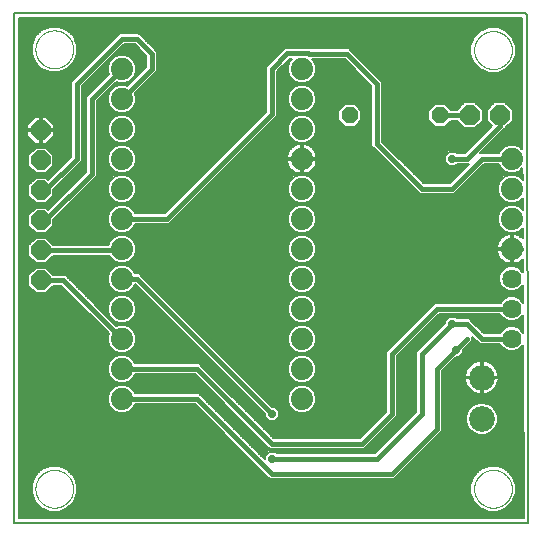
<source format=gtl>
G75*
%MOIN*%
%OFA0B0*%
%FSLAX25Y25*%
%IPPOS*%
%LPD*%
%AMOC8*
5,1,8,0,0,1.08239X$1,22.5*
%
%ADD10C,0.00000*%
%ADD11C,0.00600*%
%ADD12C,0.07400*%
%ADD13OC8,0.06600*%
%ADD14OC8,0.05600*%
%ADD15C,0.08600*%
%ADD16OC8,0.06400*%
%ADD17C,0.06400*%
%ADD18C,0.01600*%
%ADD19C,0.02400*%
%ADD20C,0.02778*%
D10*
X0012501Y0016300D02*
X0012503Y0016458D01*
X0012509Y0016616D01*
X0012519Y0016774D01*
X0012533Y0016932D01*
X0012551Y0017089D01*
X0012572Y0017246D01*
X0012598Y0017402D01*
X0012628Y0017558D01*
X0012661Y0017713D01*
X0012699Y0017866D01*
X0012740Y0018019D01*
X0012785Y0018171D01*
X0012834Y0018322D01*
X0012887Y0018471D01*
X0012943Y0018619D01*
X0013003Y0018765D01*
X0013067Y0018910D01*
X0013135Y0019053D01*
X0013206Y0019195D01*
X0013280Y0019335D01*
X0013358Y0019472D01*
X0013440Y0019608D01*
X0013524Y0019742D01*
X0013613Y0019873D01*
X0013704Y0020002D01*
X0013799Y0020129D01*
X0013896Y0020254D01*
X0013997Y0020376D01*
X0014101Y0020495D01*
X0014208Y0020612D01*
X0014318Y0020726D01*
X0014431Y0020837D01*
X0014546Y0020946D01*
X0014664Y0021051D01*
X0014785Y0021153D01*
X0014908Y0021253D01*
X0015034Y0021349D01*
X0015162Y0021442D01*
X0015292Y0021532D01*
X0015425Y0021618D01*
X0015560Y0021702D01*
X0015696Y0021781D01*
X0015835Y0021858D01*
X0015976Y0021930D01*
X0016118Y0022000D01*
X0016262Y0022065D01*
X0016408Y0022127D01*
X0016555Y0022185D01*
X0016704Y0022240D01*
X0016854Y0022291D01*
X0017005Y0022338D01*
X0017157Y0022381D01*
X0017310Y0022420D01*
X0017465Y0022456D01*
X0017620Y0022487D01*
X0017776Y0022515D01*
X0017932Y0022539D01*
X0018089Y0022559D01*
X0018247Y0022575D01*
X0018404Y0022587D01*
X0018563Y0022595D01*
X0018721Y0022599D01*
X0018879Y0022599D01*
X0019037Y0022595D01*
X0019196Y0022587D01*
X0019353Y0022575D01*
X0019511Y0022559D01*
X0019668Y0022539D01*
X0019824Y0022515D01*
X0019980Y0022487D01*
X0020135Y0022456D01*
X0020290Y0022420D01*
X0020443Y0022381D01*
X0020595Y0022338D01*
X0020746Y0022291D01*
X0020896Y0022240D01*
X0021045Y0022185D01*
X0021192Y0022127D01*
X0021338Y0022065D01*
X0021482Y0022000D01*
X0021624Y0021930D01*
X0021765Y0021858D01*
X0021904Y0021781D01*
X0022040Y0021702D01*
X0022175Y0021618D01*
X0022308Y0021532D01*
X0022438Y0021442D01*
X0022566Y0021349D01*
X0022692Y0021253D01*
X0022815Y0021153D01*
X0022936Y0021051D01*
X0023054Y0020946D01*
X0023169Y0020837D01*
X0023282Y0020726D01*
X0023392Y0020612D01*
X0023499Y0020495D01*
X0023603Y0020376D01*
X0023704Y0020254D01*
X0023801Y0020129D01*
X0023896Y0020002D01*
X0023987Y0019873D01*
X0024076Y0019742D01*
X0024160Y0019608D01*
X0024242Y0019472D01*
X0024320Y0019335D01*
X0024394Y0019195D01*
X0024465Y0019053D01*
X0024533Y0018910D01*
X0024597Y0018765D01*
X0024657Y0018619D01*
X0024713Y0018471D01*
X0024766Y0018322D01*
X0024815Y0018171D01*
X0024860Y0018019D01*
X0024901Y0017866D01*
X0024939Y0017713D01*
X0024972Y0017558D01*
X0025002Y0017402D01*
X0025028Y0017246D01*
X0025049Y0017089D01*
X0025067Y0016932D01*
X0025081Y0016774D01*
X0025091Y0016616D01*
X0025097Y0016458D01*
X0025099Y0016300D01*
X0025097Y0016142D01*
X0025091Y0015984D01*
X0025081Y0015826D01*
X0025067Y0015668D01*
X0025049Y0015511D01*
X0025028Y0015354D01*
X0025002Y0015198D01*
X0024972Y0015042D01*
X0024939Y0014887D01*
X0024901Y0014734D01*
X0024860Y0014581D01*
X0024815Y0014429D01*
X0024766Y0014278D01*
X0024713Y0014129D01*
X0024657Y0013981D01*
X0024597Y0013835D01*
X0024533Y0013690D01*
X0024465Y0013547D01*
X0024394Y0013405D01*
X0024320Y0013265D01*
X0024242Y0013128D01*
X0024160Y0012992D01*
X0024076Y0012858D01*
X0023987Y0012727D01*
X0023896Y0012598D01*
X0023801Y0012471D01*
X0023704Y0012346D01*
X0023603Y0012224D01*
X0023499Y0012105D01*
X0023392Y0011988D01*
X0023282Y0011874D01*
X0023169Y0011763D01*
X0023054Y0011654D01*
X0022936Y0011549D01*
X0022815Y0011447D01*
X0022692Y0011347D01*
X0022566Y0011251D01*
X0022438Y0011158D01*
X0022308Y0011068D01*
X0022175Y0010982D01*
X0022040Y0010898D01*
X0021904Y0010819D01*
X0021765Y0010742D01*
X0021624Y0010670D01*
X0021482Y0010600D01*
X0021338Y0010535D01*
X0021192Y0010473D01*
X0021045Y0010415D01*
X0020896Y0010360D01*
X0020746Y0010309D01*
X0020595Y0010262D01*
X0020443Y0010219D01*
X0020290Y0010180D01*
X0020135Y0010144D01*
X0019980Y0010113D01*
X0019824Y0010085D01*
X0019668Y0010061D01*
X0019511Y0010041D01*
X0019353Y0010025D01*
X0019196Y0010013D01*
X0019037Y0010005D01*
X0018879Y0010001D01*
X0018721Y0010001D01*
X0018563Y0010005D01*
X0018404Y0010013D01*
X0018247Y0010025D01*
X0018089Y0010041D01*
X0017932Y0010061D01*
X0017776Y0010085D01*
X0017620Y0010113D01*
X0017465Y0010144D01*
X0017310Y0010180D01*
X0017157Y0010219D01*
X0017005Y0010262D01*
X0016854Y0010309D01*
X0016704Y0010360D01*
X0016555Y0010415D01*
X0016408Y0010473D01*
X0016262Y0010535D01*
X0016118Y0010600D01*
X0015976Y0010670D01*
X0015835Y0010742D01*
X0015696Y0010819D01*
X0015560Y0010898D01*
X0015425Y0010982D01*
X0015292Y0011068D01*
X0015162Y0011158D01*
X0015034Y0011251D01*
X0014908Y0011347D01*
X0014785Y0011447D01*
X0014664Y0011549D01*
X0014546Y0011654D01*
X0014431Y0011763D01*
X0014318Y0011874D01*
X0014208Y0011988D01*
X0014101Y0012105D01*
X0013997Y0012224D01*
X0013896Y0012346D01*
X0013799Y0012471D01*
X0013704Y0012598D01*
X0013613Y0012727D01*
X0013524Y0012858D01*
X0013440Y0012992D01*
X0013358Y0013128D01*
X0013280Y0013265D01*
X0013206Y0013405D01*
X0013135Y0013547D01*
X0013067Y0013690D01*
X0013003Y0013835D01*
X0012943Y0013981D01*
X0012887Y0014129D01*
X0012834Y0014278D01*
X0012785Y0014429D01*
X0012740Y0014581D01*
X0012699Y0014734D01*
X0012661Y0014887D01*
X0012628Y0015042D01*
X0012598Y0015198D01*
X0012572Y0015354D01*
X0012551Y0015511D01*
X0012533Y0015668D01*
X0012519Y0015826D01*
X0012509Y0015984D01*
X0012503Y0016142D01*
X0012501Y0016300D01*
X0012501Y0162800D02*
X0012503Y0162958D01*
X0012509Y0163116D01*
X0012519Y0163274D01*
X0012533Y0163432D01*
X0012551Y0163589D01*
X0012572Y0163746D01*
X0012598Y0163902D01*
X0012628Y0164058D01*
X0012661Y0164213D01*
X0012699Y0164366D01*
X0012740Y0164519D01*
X0012785Y0164671D01*
X0012834Y0164822D01*
X0012887Y0164971D01*
X0012943Y0165119D01*
X0013003Y0165265D01*
X0013067Y0165410D01*
X0013135Y0165553D01*
X0013206Y0165695D01*
X0013280Y0165835D01*
X0013358Y0165972D01*
X0013440Y0166108D01*
X0013524Y0166242D01*
X0013613Y0166373D01*
X0013704Y0166502D01*
X0013799Y0166629D01*
X0013896Y0166754D01*
X0013997Y0166876D01*
X0014101Y0166995D01*
X0014208Y0167112D01*
X0014318Y0167226D01*
X0014431Y0167337D01*
X0014546Y0167446D01*
X0014664Y0167551D01*
X0014785Y0167653D01*
X0014908Y0167753D01*
X0015034Y0167849D01*
X0015162Y0167942D01*
X0015292Y0168032D01*
X0015425Y0168118D01*
X0015560Y0168202D01*
X0015696Y0168281D01*
X0015835Y0168358D01*
X0015976Y0168430D01*
X0016118Y0168500D01*
X0016262Y0168565D01*
X0016408Y0168627D01*
X0016555Y0168685D01*
X0016704Y0168740D01*
X0016854Y0168791D01*
X0017005Y0168838D01*
X0017157Y0168881D01*
X0017310Y0168920D01*
X0017465Y0168956D01*
X0017620Y0168987D01*
X0017776Y0169015D01*
X0017932Y0169039D01*
X0018089Y0169059D01*
X0018247Y0169075D01*
X0018404Y0169087D01*
X0018563Y0169095D01*
X0018721Y0169099D01*
X0018879Y0169099D01*
X0019037Y0169095D01*
X0019196Y0169087D01*
X0019353Y0169075D01*
X0019511Y0169059D01*
X0019668Y0169039D01*
X0019824Y0169015D01*
X0019980Y0168987D01*
X0020135Y0168956D01*
X0020290Y0168920D01*
X0020443Y0168881D01*
X0020595Y0168838D01*
X0020746Y0168791D01*
X0020896Y0168740D01*
X0021045Y0168685D01*
X0021192Y0168627D01*
X0021338Y0168565D01*
X0021482Y0168500D01*
X0021624Y0168430D01*
X0021765Y0168358D01*
X0021904Y0168281D01*
X0022040Y0168202D01*
X0022175Y0168118D01*
X0022308Y0168032D01*
X0022438Y0167942D01*
X0022566Y0167849D01*
X0022692Y0167753D01*
X0022815Y0167653D01*
X0022936Y0167551D01*
X0023054Y0167446D01*
X0023169Y0167337D01*
X0023282Y0167226D01*
X0023392Y0167112D01*
X0023499Y0166995D01*
X0023603Y0166876D01*
X0023704Y0166754D01*
X0023801Y0166629D01*
X0023896Y0166502D01*
X0023987Y0166373D01*
X0024076Y0166242D01*
X0024160Y0166108D01*
X0024242Y0165972D01*
X0024320Y0165835D01*
X0024394Y0165695D01*
X0024465Y0165553D01*
X0024533Y0165410D01*
X0024597Y0165265D01*
X0024657Y0165119D01*
X0024713Y0164971D01*
X0024766Y0164822D01*
X0024815Y0164671D01*
X0024860Y0164519D01*
X0024901Y0164366D01*
X0024939Y0164213D01*
X0024972Y0164058D01*
X0025002Y0163902D01*
X0025028Y0163746D01*
X0025049Y0163589D01*
X0025067Y0163432D01*
X0025081Y0163274D01*
X0025091Y0163116D01*
X0025097Y0162958D01*
X0025099Y0162800D01*
X0025097Y0162642D01*
X0025091Y0162484D01*
X0025081Y0162326D01*
X0025067Y0162168D01*
X0025049Y0162011D01*
X0025028Y0161854D01*
X0025002Y0161698D01*
X0024972Y0161542D01*
X0024939Y0161387D01*
X0024901Y0161234D01*
X0024860Y0161081D01*
X0024815Y0160929D01*
X0024766Y0160778D01*
X0024713Y0160629D01*
X0024657Y0160481D01*
X0024597Y0160335D01*
X0024533Y0160190D01*
X0024465Y0160047D01*
X0024394Y0159905D01*
X0024320Y0159765D01*
X0024242Y0159628D01*
X0024160Y0159492D01*
X0024076Y0159358D01*
X0023987Y0159227D01*
X0023896Y0159098D01*
X0023801Y0158971D01*
X0023704Y0158846D01*
X0023603Y0158724D01*
X0023499Y0158605D01*
X0023392Y0158488D01*
X0023282Y0158374D01*
X0023169Y0158263D01*
X0023054Y0158154D01*
X0022936Y0158049D01*
X0022815Y0157947D01*
X0022692Y0157847D01*
X0022566Y0157751D01*
X0022438Y0157658D01*
X0022308Y0157568D01*
X0022175Y0157482D01*
X0022040Y0157398D01*
X0021904Y0157319D01*
X0021765Y0157242D01*
X0021624Y0157170D01*
X0021482Y0157100D01*
X0021338Y0157035D01*
X0021192Y0156973D01*
X0021045Y0156915D01*
X0020896Y0156860D01*
X0020746Y0156809D01*
X0020595Y0156762D01*
X0020443Y0156719D01*
X0020290Y0156680D01*
X0020135Y0156644D01*
X0019980Y0156613D01*
X0019824Y0156585D01*
X0019668Y0156561D01*
X0019511Y0156541D01*
X0019353Y0156525D01*
X0019196Y0156513D01*
X0019037Y0156505D01*
X0018879Y0156501D01*
X0018721Y0156501D01*
X0018563Y0156505D01*
X0018404Y0156513D01*
X0018247Y0156525D01*
X0018089Y0156541D01*
X0017932Y0156561D01*
X0017776Y0156585D01*
X0017620Y0156613D01*
X0017465Y0156644D01*
X0017310Y0156680D01*
X0017157Y0156719D01*
X0017005Y0156762D01*
X0016854Y0156809D01*
X0016704Y0156860D01*
X0016555Y0156915D01*
X0016408Y0156973D01*
X0016262Y0157035D01*
X0016118Y0157100D01*
X0015976Y0157170D01*
X0015835Y0157242D01*
X0015696Y0157319D01*
X0015560Y0157398D01*
X0015425Y0157482D01*
X0015292Y0157568D01*
X0015162Y0157658D01*
X0015034Y0157751D01*
X0014908Y0157847D01*
X0014785Y0157947D01*
X0014664Y0158049D01*
X0014546Y0158154D01*
X0014431Y0158263D01*
X0014318Y0158374D01*
X0014208Y0158488D01*
X0014101Y0158605D01*
X0013997Y0158724D01*
X0013896Y0158846D01*
X0013799Y0158971D01*
X0013704Y0159098D01*
X0013613Y0159227D01*
X0013524Y0159358D01*
X0013440Y0159492D01*
X0013358Y0159628D01*
X0013280Y0159765D01*
X0013206Y0159905D01*
X0013135Y0160047D01*
X0013067Y0160190D01*
X0013003Y0160335D01*
X0012943Y0160481D01*
X0012887Y0160629D01*
X0012834Y0160778D01*
X0012785Y0160929D01*
X0012740Y0161081D01*
X0012699Y0161234D01*
X0012661Y0161387D01*
X0012628Y0161542D01*
X0012598Y0161698D01*
X0012572Y0161854D01*
X0012551Y0162011D01*
X0012533Y0162168D01*
X0012519Y0162326D01*
X0012509Y0162484D01*
X0012503Y0162642D01*
X0012501Y0162800D01*
X0158751Y0162550D02*
X0158753Y0162708D01*
X0158759Y0162866D01*
X0158769Y0163024D01*
X0158783Y0163182D01*
X0158801Y0163339D01*
X0158822Y0163496D01*
X0158848Y0163652D01*
X0158878Y0163808D01*
X0158911Y0163963D01*
X0158949Y0164116D01*
X0158990Y0164269D01*
X0159035Y0164421D01*
X0159084Y0164572D01*
X0159137Y0164721D01*
X0159193Y0164869D01*
X0159253Y0165015D01*
X0159317Y0165160D01*
X0159385Y0165303D01*
X0159456Y0165445D01*
X0159530Y0165585D01*
X0159608Y0165722D01*
X0159690Y0165858D01*
X0159774Y0165992D01*
X0159863Y0166123D01*
X0159954Y0166252D01*
X0160049Y0166379D01*
X0160146Y0166504D01*
X0160247Y0166626D01*
X0160351Y0166745D01*
X0160458Y0166862D01*
X0160568Y0166976D01*
X0160681Y0167087D01*
X0160796Y0167196D01*
X0160914Y0167301D01*
X0161035Y0167403D01*
X0161158Y0167503D01*
X0161284Y0167599D01*
X0161412Y0167692D01*
X0161542Y0167782D01*
X0161675Y0167868D01*
X0161810Y0167952D01*
X0161946Y0168031D01*
X0162085Y0168108D01*
X0162226Y0168180D01*
X0162368Y0168250D01*
X0162512Y0168315D01*
X0162658Y0168377D01*
X0162805Y0168435D01*
X0162954Y0168490D01*
X0163104Y0168541D01*
X0163255Y0168588D01*
X0163407Y0168631D01*
X0163560Y0168670D01*
X0163715Y0168706D01*
X0163870Y0168737D01*
X0164026Y0168765D01*
X0164182Y0168789D01*
X0164339Y0168809D01*
X0164497Y0168825D01*
X0164654Y0168837D01*
X0164813Y0168845D01*
X0164971Y0168849D01*
X0165129Y0168849D01*
X0165287Y0168845D01*
X0165446Y0168837D01*
X0165603Y0168825D01*
X0165761Y0168809D01*
X0165918Y0168789D01*
X0166074Y0168765D01*
X0166230Y0168737D01*
X0166385Y0168706D01*
X0166540Y0168670D01*
X0166693Y0168631D01*
X0166845Y0168588D01*
X0166996Y0168541D01*
X0167146Y0168490D01*
X0167295Y0168435D01*
X0167442Y0168377D01*
X0167588Y0168315D01*
X0167732Y0168250D01*
X0167874Y0168180D01*
X0168015Y0168108D01*
X0168154Y0168031D01*
X0168290Y0167952D01*
X0168425Y0167868D01*
X0168558Y0167782D01*
X0168688Y0167692D01*
X0168816Y0167599D01*
X0168942Y0167503D01*
X0169065Y0167403D01*
X0169186Y0167301D01*
X0169304Y0167196D01*
X0169419Y0167087D01*
X0169532Y0166976D01*
X0169642Y0166862D01*
X0169749Y0166745D01*
X0169853Y0166626D01*
X0169954Y0166504D01*
X0170051Y0166379D01*
X0170146Y0166252D01*
X0170237Y0166123D01*
X0170326Y0165992D01*
X0170410Y0165858D01*
X0170492Y0165722D01*
X0170570Y0165585D01*
X0170644Y0165445D01*
X0170715Y0165303D01*
X0170783Y0165160D01*
X0170847Y0165015D01*
X0170907Y0164869D01*
X0170963Y0164721D01*
X0171016Y0164572D01*
X0171065Y0164421D01*
X0171110Y0164269D01*
X0171151Y0164116D01*
X0171189Y0163963D01*
X0171222Y0163808D01*
X0171252Y0163652D01*
X0171278Y0163496D01*
X0171299Y0163339D01*
X0171317Y0163182D01*
X0171331Y0163024D01*
X0171341Y0162866D01*
X0171347Y0162708D01*
X0171349Y0162550D01*
X0171347Y0162392D01*
X0171341Y0162234D01*
X0171331Y0162076D01*
X0171317Y0161918D01*
X0171299Y0161761D01*
X0171278Y0161604D01*
X0171252Y0161448D01*
X0171222Y0161292D01*
X0171189Y0161137D01*
X0171151Y0160984D01*
X0171110Y0160831D01*
X0171065Y0160679D01*
X0171016Y0160528D01*
X0170963Y0160379D01*
X0170907Y0160231D01*
X0170847Y0160085D01*
X0170783Y0159940D01*
X0170715Y0159797D01*
X0170644Y0159655D01*
X0170570Y0159515D01*
X0170492Y0159378D01*
X0170410Y0159242D01*
X0170326Y0159108D01*
X0170237Y0158977D01*
X0170146Y0158848D01*
X0170051Y0158721D01*
X0169954Y0158596D01*
X0169853Y0158474D01*
X0169749Y0158355D01*
X0169642Y0158238D01*
X0169532Y0158124D01*
X0169419Y0158013D01*
X0169304Y0157904D01*
X0169186Y0157799D01*
X0169065Y0157697D01*
X0168942Y0157597D01*
X0168816Y0157501D01*
X0168688Y0157408D01*
X0168558Y0157318D01*
X0168425Y0157232D01*
X0168290Y0157148D01*
X0168154Y0157069D01*
X0168015Y0156992D01*
X0167874Y0156920D01*
X0167732Y0156850D01*
X0167588Y0156785D01*
X0167442Y0156723D01*
X0167295Y0156665D01*
X0167146Y0156610D01*
X0166996Y0156559D01*
X0166845Y0156512D01*
X0166693Y0156469D01*
X0166540Y0156430D01*
X0166385Y0156394D01*
X0166230Y0156363D01*
X0166074Y0156335D01*
X0165918Y0156311D01*
X0165761Y0156291D01*
X0165603Y0156275D01*
X0165446Y0156263D01*
X0165287Y0156255D01*
X0165129Y0156251D01*
X0164971Y0156251D01*
X0164813Y0156255D01*
X0164654Y0156263D01*
X0164497Y0156275D01*
X0164339Y0156291D01*
X0164182Y0156311D01*
X0164026Y0156335D01*
X0163870Y0156363D01*
X0163715Y0156394D01*
X0163560Y0156430D01*
X0163407Y0156469D01*
X0163255Y0156512D01*
X0163104Y0156559D01*
X0162954Y0156610D01*
X0162805Y0156665D01*
X0162658Y0156723D01*
X0162512Y0156785D01*
X0162368Y0156850D01*
X0162226Y0156920D01*
X0162085Y0156992D01*
X0161946Y0157069D01*
X0161810Y0157148D01*
X0161675Y0157232D01*
X0161542Y0157318D01*
X0161412Y0157408D01*
X0161284Y0157501D01*
X0161158Y0157597D01*
X0161035Y0157697D01*
X0160914Y0157799D01*
X0160796Y0157904D01*
X0160681Y0158013D01*
X0160568Y0158124D01*
X0160458Y0158238D01*
X0160351Y0158355D01*
X0160247Y0158474D01*
X0160146Y0158596D01*
X0160049Y0158721D01*
X0159954Y0158848D01*
X0159863Y0158977D01*
X0159774Y0159108D01*
X0159690Y0159242D01*
X0159608Y0159378D01*
X0159530Y0159515D01*
X0159456Y0159655D01*
X0159385Y0159797D01*
X0159317Y0159940D01*
X0159253Y0160085D01*
X0159193Y0160231D01*
X0159137Y0160379D01*
X0159084Y0160528D01*
X0159035Y0160679D01*
X0158990Y0160831D01*
X0158949Y0160984D01*
X0158911Y0161137D01*
X0158878Y0161292D01*
X0158848Y0161448D01*
X0158822Y0161604D01*
X0158801Y0161761D01*
X0158783Y0161918D01*
X0158769Y0162076D01*
X0158759Y0162234D01*
X0158753Y0162392D01*
X0158751Y0162550D01*
X0158751Y0016300D02*
X0158753Y0016458D01*
X0158759Y0016616D01*
X0158769Y0016774D01*
X0158783Y0016932D01*
X0158801Y0017089D01*
X0158822Y0017246D01*
X0158848Y0017402D01*
X0158878Y0017558D01*
X0158911Y0017713D01*
X0158949Y0017866D01*
X0158990Y0018019D01*
X0159035Y0018171D01*
X0159084Y0018322D01*
X0159137Y0018471D01*
X0159193Y0018619D01*
X0159253Y0018765D01*
X0159317Y0018910D01*
X0159385Y0019053D01*
X0159456Y0019195D01*
X0159530Y0019335D01*
X0159608Y0019472D01*
X0159690Y0019608D01*
X0159774Y0019742D01*
X0159863Y0019873D01*
X0159954Y0020002D01*
X0160049Y0020129D01*
X0160146Y0020254D01*
X0160247Y0020376D01*
X0160351Y0020495D01*
X0160458Y0020612D01*
X0160568Y0020726D01*
X0160681Y0020837D01*
X0160796Y0020946D01*
X0160914Y0021051D01*
X0161035Y0021153D01*
X0161158Y0021253D01*
X0161284Y0021349D01*
X0161412Y0021442D01*
X0161542Y0021532D01*
X0161675Y0021618D01*
X0161810Y0021702D01*
X0161946Y0021781D01*
X0162085Y0021858D01*
X0162226Y0021930D01*
X0162368Y0022000D01*
X0162512Y0022065D01*
X0162658Y0022127D01*
X0162805Y0022185D01*
X0162954Y0022240D01*
X0163104Y0022291D01*
X0163255Y0022338D01*
X0163407Y0022381D01*
X0163560Y0022420D01*
X0163715Y0022456D01*
X0163870Y0022487D01*
X0164026Y0022515D01*
X0164182Y0022539D01*
X0164339Y0022559D01*
X0164497Y0022575D01*
X0164654Y0022587D01*
X0164813Y0022595D01*
X0164971Y0022599D01*
X0165129Y0022599D01*
X0165287Y0022595D01*
X0165446Y0022587D01*
X0165603Y0022575D01*
X0165761Y0022559D01*
X0165918Y0022539D01*
X0166074Y0022515D01*
X0166230Y0022487D01*
X0166385Y0022456D01*
X0166540Y0022420D01*
X0166693Y0022381D01*
X0166845Y0022338D01*
X0166996Y0022291D01*
X0167146Y0022240D01*
X0167295Y0022185D01*
X0167442Y0022127D01*
X0167588Y0022065D01*
X0167732Y0022000D01*
X0167874Y0021930D01*
X0168015Y0021858D01*
X0168154Y0021781D01*
X0168290Y0021702D01*
X0168425Y0021618D01*
X0168558Y0021532D01*
X0168688Y0021442D01*
X0168816Y0021349D01*
X0168942Y0021253D01*
X0169065Y0021153D01*
X0169186Y0021051D01*
X0169304Y0020946D01*
X0169419Y0020837D01*
X0169532Y0020726D01*
X0169642Y0020612D01*
X0169749Y0020495D01*
X0169853Y0020376D01*
X0169954Y0020254D01*
X0170051Y0020129D01*
X0170146Y0020002D01*
X0170237Y0019873D01*
X0170326Y0019742D01*
X0170410Y0019608D01*
X0170492Y0019472D01*
X0170570Y0019335D01*
X0170644Y0019195D01*
X0170715Y0019053D01*
X0170783Y0018910D01*
X0170847Y0018765D01*
X0170907Y0018619D01*
X0170963Y0018471D01*
X0171016Y0018322D01*
X0171065Y0018171D01*
X0171110Y0018019D01*
X0171151Y0017866D01*
X0171189Y0017713D01*
X0171222Y0017558D01*
X0171252Y0017402D01*
X0171278Y0017246D01*
X0171299Y0017089D01*
X0171317Y0016932D01*
X0171331Y0016774D01*
X0171341Y0016616D01*
X0171347Y0016458D01*
X0171349Y0016300D01*
X0171347Y0016142D01*
X0171341Y0015984D01*
X0171331Y0015826D01*
X0171317Y0015668D01*
X0171299Y0015511D01*
X0171278Y0015354D01*
X0171252Y0015198D01*
X0171222Y0015042D01*
X0171189Y0014887D01*
X0171151Y0014734D01*
X0171110Y0014581D01*
X0171065Y0014429D01*
X0171016Y0014278D01*
X0170963Y0014129D01*
X0170907Y0013981D01*
X0170847Y0013835D01*
X0170783Y0013690D01*
X0170715Y0013547D01*
X0170644Y0013405D01*
X0170570Y0013265D01*
X0170492Y0013128D01*
X0170410Y0012992D01*
X0170326Y0012858D01*
X0170237Y0012727D01*
X0170146Y0012598D01*
X0170051Y0012471D01*
X0169954Y0012346D01*
X0169853Y0012224D01*
X0169749Y0012105D01*
X0169642Y0011988D01*
X0169532Y0011874D01*
X0169419Y0011763D01*
X0169304Y0011654D01*
X0169186Y0011549D01*
X0169065Y0011447D01*
X0168942Y0011347D01*
X0168816Y0011251D01*
X0168688Y0011158D01*
X0168558Y0011068D01*
X0168425Y0010982D01*
X0168290Y0010898D01*
X0168154Y0010819D01*
X0168015Y0010742D01*
X0167874Y0010670D01*
X0167732Y0010600D01*
X0167588Y0010535D01*
X0167442Y0010473D01*
X0167295Y0010415D01*
X0167146Y0010360D01*
X0166996Y0010309D01*
X0166845Y0010262D01*
X0166693Y0010219D01*
X0166540Y0010180D01*
X0166385Y0010144D01*
X0166230Y0010113D01*
X0166074Y0010085D01*
X0165918Y0010061D01*
X0165761Y0010041D01*
X0165603Y0010025D01*
X0165446Y0010013D01*
X0165287Y0010005D01*
X0165129Y0010001D01*
X0164971Y0010001D01*
X0164813Y0010005D01*
X0164654Y0010013D01*
X0164497Y0010025D01*
X0164339Y0010041D01*
X0164182Y0010061D01*
X0164026Y0010085D01*
X0163870Y0010113D01*
X0163715Y0010144D01*
X0163560Y0010180D01*
X0163407Y0010219D01*
X0163255Y0010262D01*
X0163104Y0010309D01*
X0162954Y0010360D01*
X0162805Y0010415D01*
X0162658Y0010473D01*
X0162512Y0010535D01*
X0162368Y0010600D01*
X0162226Y0010670D01*
X0162085Y0010742D01*
X0161946Y0010819D01*
X0161810Y0010898D01*
X0161675Y0010982D01*
X0161542Y0011068D01*
X0161412Y0011158D01*
X0161284Y0011251D01*
X0161158Y0011347D01*
X0161035Y0011447D01*
X0160914Y0011549D01*
X0160796Y0011654D01*
X0160681Y0011763D01*
X0160568Y0011874D01*
X0160458Y0011988D01*
X0160351Y0012105D01*
X0160247Y0012224D01*
X0160146Y0012346D01*
X0160049Y0012471D01*
X0159954Y0012598D01*
X0159863Y0012727D01*
X0159774Y0012858D01*
X0159690Y0012992D01*
X0159608Y0013128D01*
X0159530Y0013265D01*
X0159456Y0013405D01*
X0159385Y0013547D01*
X0159317Y0013690D01*
X0159253Y0013835D01*
X0159193Y0013981D01*
X0159137Y0014129D01*
X0159084Y0014278D01*
X0159035Y0014429D01*
X0158990Y0014581D01*
X0158949Y0014734D01*
X0158911Y0014887D01*
X0158878Y0015042D01*
X0158848Y0015198D01*
X0158822Y0015354D01*
X0158801Y0015511D01*
X0158783Y0015668D01*
X0158769Y0015826D01*
X0158759Y0015984D01*
X0158753Y0016142D01*
X0158751Y0016300D01*
D11*
X0005300Y0004800D02*
X0005300Y0174800D01*
X0175800Y0174800D01*
X0176300Y0174300D01*
X0176800Y0004800D01*
X0005300Y0004800D01*
X0006900Y0006400D02*
X0006900Y0173200D01*
X0174703Y0173200D01*
X0174832Y0129414D01*
X0173962Y0130284D01*
X0172235Y0131000D01*
X0170365Y0131000D01*
X0168638Y0130284D01*
X0167316Y0128962D01*
X0166958Y0128100D01*
X0160646Y0128100D01*
X0169046Y0136500D01*
X0169081Y0136500D01*
X0171600Y0139019D01*
X0171600Y0142581D01*
X0169081Y0145100D01*
X0165519Y0145100D01*
X0163000Y0142581D01*
X0163000Y0139019D01*
X0164737Y0137282D01*
X0155554Y0128100D01*
X0152879Y0128100D01*
X0152290Y0128689D01*
X0150310Y0128689D01*
X0148911Y0127290D01*
X0148911Y0125310D01*
X0150310Y0123911D01*
X0152290Y0123911D01*
X0152879Y0124500D01*
X0156954Y0124500D01*
X0150554Y0118100D01*
X0142046Y0118100D01*
X0128100Y0132046D01*
X0128100Y0152046D01*
X0118100Y0162046D01*
X0117046Y0163100D01*
X0104399Y0163100D01*
X0104199Y0163300D01*
X0095754Y0163300D01*
X0090554Y0158100D01*
X0089500Y0157046D01*
X0089500Y0142046D01*
X0055554Y0108100D01*
X0045642Y0108100D01*
X0045284Y0108962D01*
X0043962Y0110284D01*
X0042235Y0111000D01*
X0040365Y0111000D01*
X0038638Y0110284D01*
X0037316Y0108962D01*
X0036600Y0107235D01*
X0036600Y0105365D01*
X0037316Y0103638D01*
X0038638Y0102316D01*
X0040365Y0101600D01*
X0042235Y0101600D01*
X0043962Y0102316D01*
X0045284Y0103638D01*
X0045642Y0104500D01*
X0057046Y0104500D01*
X0093100Y0140554D01*
X0093100Y0155554D01*
X0097246Y0159700D01*
X0098053Y0159700D01*
X0097316Y0158962D01*
X0096600Y0157235D01*
X0096600Y0155365D01*
X0097316Y0153638D01*
X0098638Y0152316D01*
X0100365Y0151600D01*
X0102235Y0151600D01*
X0103962Y0152316D01*
X0105284Y0153638D01*
X0106000Y0155365D01*
X0106000Y0157235D01*
X0105284Y0158962D01*
X0104747Y0159500D01*
X0115554Y0159500D01*
X0124500Y0150554D01*
X0124500Y0130554D01*
X0125554Y0129500D01*
X0140554Y0114500D01*
X0152046Y0114500D01*
X0153100Y0115554D01*
X0162046Y0124500D01*
X0166958Y0124500D01*
X0167316Y0123638D01*
X0168638Y0122316D01*
X0170365Y0121600D01*
X0172235Y0121600D01*
X0173962Y0122316D01*
X0174851Y0123204D01*
X0174862Y0119385D01*
X0173962Y0120284D01*
X0172235Y0121000D01*
X0170365Y0121000D01*
X0168638Y0120284D01*
X0167316Y0118962D01*
X0166600Y0117235D01*
X0166600Y0115365D01*
X0167316Y0113638D01*
X0168638Y0112316D01*
X0170365Y0111600D01*
X0172235Y0111600D01*
X0173962Y0112316D01*
X0174880Y0113233D01*
X0174892Y0109355D01*
X0173962Y0110284D01*
X0172235Y0111000D01*
X0170365Y0111000D01*
X0168638Y0110284D01*
X0167316Y0108962D01*
X0166600Y0107235D01*
X0166600Y0105365D01*
X0167316Y0103638D01*
X0168638Y0102316D01*
X0170365Y0101600D01*
X0172235Y0101600D01*
X0173962Y0102316D01*
X0174910Y0103263D01*
X0174920Y0099751D01*
X0174557Y0100114D01*
X0173921Y0100576D01*
X0173219Y0100934D01*
X0172471Y0101177D01*
X0171694Y0101300D01*
X0171600Y0101300D01*
X0171600Y0096600D01*
X0174929Y0096600D01*
X0174931Y0096000D01*
X0171600Y0096000D01*
X0171600Y0096600D01*
X0171000Y0096600D01*
X0171000Y0101300D01*
X0170906Y0101300D01*
X0170129Y0101177D01*
X0169381Y0100934D01*
X0168679Y0100576D01*
X0168043Y0100114D01*
X0167486Y0099557D01*
X0167024Y0098921D01*
X0166666Y0098219D01*
X0166423Y0097471D01*
X0166300Y0096694D01*
X0166300Y0096600D01*
X0171000Y0096600D01*
X0171000Y0096000D01*
X0171600Y0096000D01*
X0171600Y0091300D01*
X0171694Y0091300D01*
X0172471Y0091423D01*
X0173219Y0091666D01*
X0173921Y0092024D01*
X0174557Y0092486D01*
X0174940Y0092869D01*
X0174953Y0088455D01*
X0174861Y0088679D01*
X0173679Y0089861D01*
X0172135Y0090500D01*
X0170465Y0090500D01*
X0168921Y0089861D01*
X0167739Y0088679D01*
X0167100Y0087135D01*
X0167100Y0085465D01*
X0167739Y0083921D01*
X0168921Y0082739D01*
X0170465Y0082100D01*
X0172135Y0082100D01*
X0173679Y0082739D01*
X0174861Y0083921D01*
X0174966Y0084175D01*
X0174983Y0078384D01*
X0174861Y0078679D01*
X0173679Y0079861D01*
X0172135Y0080500D01*
X0170465Y0080500D01*
X0168921Y0079861D01*
X0167739Y0078679D01*
X0167500Y0078100D01*
X0145554Y0078100D01*
X0130554Y0063100D01*
X0129500Y0062046D01*
X0129500Y0042046D01*
X0120554Y0033100D01*
X0092046Y0033100D01*
X0068100Y0057046D01*
X0067046Y0058100D01*
X0045642Y0058100D01*
X0045284Y0058962D01*
X0043962Y0060284D01*
X0042235Y0061000D01*
X0040365Y0061000D01*
X0038638Y0060284D01*
X0037316Y0058962D01*
X0036600Y0057235D01*
X0036600Y0055365D01*
X0037316Y0053638D01*
X0038638Y0052316D01*
X0040365Y0051600D01*
X0042235Y0051600D01*
X0043962Y0052316D01*
X0045284Y0053638D01*
X0045642Y0054500D01*
X0065554Y0054500D01*
X0089500Y0030554D01*
X0090554Y0029500D01*
X0122046Y0029500D01*
X0123100Y0030554D01*
X0133100Y0040554D01*
X0133100Y0060554D01*
X0147046Y0074500D01*
X0167500Y0074500D01*
X0167739Y0073921D01*
X0168921Y0072739D01*
X0170465Y0072100D01*
X0172135Y0072100D01*
X0173679Y0072739D01*
X0174861Y0073921D01*
X0174995Y0074246D01*
X0175013Y0068312D01*
X0174861Y0068679D01*
X0173679Y0069861D01*
X0172135Y0070500D01*
X0170465Y0070500D01*
X0168921Y0069861D01*
X0167739Y0068679D01*
X0167500Y0068100D01*
X0162046Y0068100D01*
X0158100Y0072046D01*
X0157046Y0073100D01*
X0152879Y0073100D01*
X0152290Y0073689D01*
X0150310Y0073689D01*
X0148911Y0072290D01*
X0148911Y0071457D01*
X0140554Y0063100D01*
X0139500Y0062046D01*
X0139500Y0042046D01*
X0125554Y0028100D01*
X0092879Y0028100D01*
X0092290Y0028689D01*
X0090310Y0028689D01*
X0088911Y0027290D01*
X0088911Y0026235D01*
X0067046Y0048100D01*
X0045642Y0048100D01*
X0045284Y0048962D01*
X0043962Y0050284D01*
X0042235Y0051000D01*
X0040365Y0051000D01*
X0038638Y0050284D01*
X0037316Y0048962D01*
X0036600Y0047235D01*
X0036600Y0045365D01*
X0037316Y0043638D01*
X0038638Y0042316D01*
X0040365Y0041600D01*
X0042235Y0041600D01*
X0043962Y0042316D01*
X0045284Y0043638D01*
X0045642Y0044500D01*
X0065554Y0044500D01*
X0089500Y0020554D01*
X0090554Y0019500D01*
X0132046Y0019500D01*
X0147046Y0034500D01*
X0148100Y0035554D01*
X0148100Y0055554D01*
X0152754Y0060208D01*
X0153587Y0060208D01*
X0154986Y0061608D01*
X0154986Y0062441D01*
X0158100Y0065554D01*
X0158100Y0066954D01*
X0160554Y0064500D01*
X0167500Y0064500D01*
X0167739Y0063921D01*
X0168921Y0062739D01*
X0170465Y0062100D01*
X0172135Y0062100D01*
X0173679Y0062739D01*
X0174861Y0063921D01*
X0175024Y0064316D01*
X0175195Y0006400D01*
X0006900Y0006400D01*
X0006900Y0006426D02*
X0175195Y0006426D01*
X0175193Y0007025D02*
X0006900Y0007025D01*
X0006900Y0007623D02*
X0175192Y0007623D01*
X0175190Y0008222D02*
X0006900Y0008222D01*
X0006900Y0008820D02*
X0017000Y0008820D01*
X0017288Y0008701D02*
X0020312Y0008701D01*
X0023105Y0009858D01*
X0025242Y0011995D01*
X0026399Y0014788D01*
X0026399Y0017812D01*
X0025242Y0020605D01*
X0023105Y0022742D01*
X0020312Y0023899D01*
X0017288Y0023899D01*
X0014495Y0022742D01*
X0012358Y0020605D01*
X0011201Y0017812D01*
X0011201Y0014788D01*
X0012358Y0011995D01*
X0014495Y0009858D01*
X0017288Y0008701D01*
X0015555Y0009419D02*
X0006900Y0009419D01*
X0006900Y0010017D02*
X0014336Y0010017D01*
X0013737Y0010616D02*
X0006900Y0010616D01*
X0006900Y0011214D02*
X0013139Y0011214D01*
X0012540Y0011813D02*
X0006900Y0011813D01*
X0006900Y0012411D02*
X0012185Y0012411D01*
X0011938Y0013010D02*
X0006900Y0013010D01*
X0006900Y0013608D02*
X0011690Y0013608D01*
X0011442Y0014207D02*
X0006900Y0014207D01*
X0006900Y0014805D02*
X0011201Y0014805D01*
X0011201Y0015404D02*
X0006900Y0015404D01*
X0006900Y0016002D02*
X0011201Y0016002D01*
X0011201Y0016601D02*
X0006900Y0016601D01*
X0006900Y0017199D02*
X0011201Y0017199D01*
X0011201Y0017798D02*
X0006900Y0017798D01*
X0006900Y0018396D02*
X0011443Y0018396D01*
X0011691Y0018995D02*
X0006900Y0018995D01*
X0006900Y0019593D02*
X0011939Y0019593D01*
X0012187Y0020192D02*
X0006900Y0020192D01*
X0006900Y0020790D02*
X0012543Y0020790D01*
X0013142Y0021389D02*
X0006900Y0021389D01*
X0006900Y0021987D02*
X0013740Y0021987D01*
X0014339Y0022586D02*
X0006900Y0022586D01*
X0006900Y0023184D02*
X0015563Y0023184D01*
X0017008Y0023783D02*
X0006900Y0023783D01*
X0006900Y0024381D02*
X0085673Y0024381D01*
X0086271Y0023783D02*
X0020592Y0023783D01*
X0022037Y0023184D02*
X0086870Y0023184D01*
X0087469Y0022586D02*
X0023261Y0022586D01*
X0023860Y0021987D02*
X0088067Y0021987D01*
X0088666Y0021389D02*
X0024458Y0021389D01*
X0025057Y0020790D02*
X0089264Y0020790D01*
X0089863Y0020192D02*
X0025413Y0020192D01*
X0025661Y0019593D02*
X0090461Y0019593D01*
X0085074Y0024980D02*
X0006900Y0024980D01*
X0006900Y0025578D02*
X0084476Y0025578D01*
X0083877Y0026177D02*
X0006900Y0026177D01*
X0006900Y0026775D02*
X0083279Y0026775D01*
X0082680Y0027374D02*
X0006900Y0027374D01*
X0006900Y0027972D02*
X0082082Y0027972D01*
X0081483Y0028571D02*
X0006900Y0028571D01*
X0006900Y0029170D02*
X0080885Y0029170D01*
X0080286Y0029768D02*
X0006900Y0029768D01*
X0006900Y0030367D02*
X0079688Y0030367D01*
X0079089Y0030965D02*
X0006900Y0030965D01*
X0006900Y0031564D02*
X0078491Y0031564D01*
X0077892Y0032162D02*
X0006900Y0032162D01*
X0006900Y0032761D02*
X0077294Y0032761D01*
X0076695Y0033359D02*
X0006900Y0033359D01*
X0006900Y0033958D02*
X0076097Y0033958D01*
X0075498Y0034556D02*
X0006900Y0034556D01*
X0006900Y0035155D02*
X0074900Y0035155D01*
X0074301Y0035753D02*
X0006900Y0035753D01*
X0006900Y0036352D02*
X0073703Y0036352D01*
X0073104Y0036950D02*
X0006900Y0036950D01*
X0006900Y0037549D02*
X0072506Y0037549D01*
X0071907Y0038147D02*
X0006900Y0038147D01*
X0006900Y0038746D02*
X0071309Y0038746D01*
X0070710Y0039344D02*
X0006900Y0039344D01*
X0006900Y0039943D02*
X0070112Y0039943D01*
X0069513Y0040541D02*
X0006900Y0040541D01*
X0006900Y0041140D02*
X0068915Y0041140D01*
X0068316Y0041738D02*
X0042569Y0041738D01*
X0043984Y0042337D02*
X0067718Y0042337D01*
X0067119Y0042935D02*
X0044582Y0042935D01*
X0045181Y0043534D02*
X0066521Y0043534D01*
X0065922Y0044132D02*
X0045489Y0044132D01*
X0045550Y0048322D02*
X0071733Y0048322D01*
X0072331Y0047723D02*
X0067422Y0047723D01*
X0068021Y0047125D02*
X0072930Y0047125D01*
X0073528Y0046526D02*
X0068619Y0046526D01*
X0069218Y0045928D02*
X0074127Y0045928D01*
X0074725Y0045329D02*
X0069816Y0045329D01*
X0070415Y0044731D02*
X0075324Y0044731D01*
X0075922Y0044132D02*
X0071013Y0044132D01*
X0071612Y0043534D02*
X0076521Y0043534D01*
X0077119Y0042935D02*
X0072210Y0042935D01*
X0072809Y0042337D02*
X0077718Y0042337D01*
X0078316Y0041738D02*
X0073407Y0041738D01*
X0074006Y0041140D02*
X0078915Y0041140D01*
X0079513Y0040541D02*
X0074604Y0040541D01*
X0075203Y0039943D02*
X0080112Y0039943D01*
X0080710Y0039344D02*
X0075801Y0039344D01*
X0076400Y0038746D02*
X0081309Y0038746D01*
X0081907Y0038147D02*
X0076998Y0038147D01*
X0077597Y0037549D02*
X0082506Y0037549D01*
X0083104Y0036950D02*
X0078195Y0036950D01*
X0078794Y0036352D02*
X0083703Y0036352D01*
X0084301Y0035753D02*
X0079392Y0035753D01*
X0079991Y0035155D02*
X0084900Y0035155D01*
X0085498Y0034556D02*
X0080589Y0034556D01*
X0081188Y0033958D02*
X0086097Y0033958D01*
X0086695Y0033359D02*
X0081786Y0033359D01*
X0082385Y0032761D02*
X0087294Y0032761D01*
X0087892Y0032162D02*
X0082984Y0032162D01*
X0083582Y0031564D02*
X0088491Y0031564D01*
X0089089Y0030965D02*
X0084181Y0030965D01*
X0084779Y0030367D02*
X0089688Y0030367D01*
X0089500Y0030554D02*
X0089500Y0030554D01*
X0090286Y0029768D02*
X0085378Y0029768D01*
X0085976Y0029170D02*
X0126624Y0029170D01*
X0127222Y0029768D02*
X0122314Y0029768D01*
X0122912Y0030367D02*
X0127821Y0030367D01*
X0128419Y0030965D02*
X0123511Y0030965D01*
X0124109Y0031564D02*
X0129018Y0031564D01*
X0129616Y0032162D02*
X0124708Y0032162D01*
X0125306Y0032761D02*
X0130215Y0032761D01*
X0130814Y0033359D02*
X0125905Y0033359D01*
X0126503Y0033958D02*
X0131412Y0033958D01*
X0132011Y0034556D02*
X0127102Y0034556D01*
X0127700Y0035155D02*
X0132609Y0035155D01*
X0133208Y0035753D02*
X0128299Y0035753D01*
X0128897Y0036352D02*
X0133806Y0036352D01*
X0134405Y0036950D02*
X0129496Y0036950D01*
X0130094Y0037549D02*
X0135003Y0037549D01*
X0135602Y0038147D02*
X0130693Y0038147D01*
X0131291Y0038746D02*
X0136200Y0038746D01*
X0136799Y0039344D02*
X0131890Y0039344D01*
X0132488Y0039943D02*
X0137397Y0039943D01*
X0137996Y0040541D02*
X0133087Y0040541D01*
X0133100Y0041140D02*
X0138594Y0041140D01*
X0139193Y0041738D02*
X0133100Y0041738D01*
X0133100Y0042337D02*
X0139500Y0042337D01*
X0139500Y0042935D02*
X0133100Y0042935D01*
X0133100Y0043534D02*
X0139500Y0043534D01*
X0139500Y0044132D02*
X0133100Y0044132D01*
X0133100Y0044731D02*
X0139500Y0044731D01*
X0139500Y0045329D02*
X0133100Y0045329D01*
X0133100Y0045928D02*
X0139500Y0045928D01*
X0139500Y0046526D02*
X0133100Y0046526D01*
X0133100Y0047125D02*
X0139500Y0047125D01*
X0139500Y0047723D02*
X0133100Y0047723D01*
X0133100Y0048322D02*
X0139500Y0048322D01*
X0139500Y0048920D02*
X0133100Y0048920D01*
X0133100Y0049519D02*
X0139500Y0049519D01*
X0139500Y0050117D02*
X0133100Y0050117D01*
X0133100Y0050716D02*
X0139500Y0050716D01*
X0139500Y0051314D02*
X0133100Y0051314D01*
X0133100Y0051913D02*
X0139500Y0051913D01*
X0139500Y0052511D02*
X0133100Y0052511D01*
X0133100Y0053110D02*
X0139500Y0053110D01*
X0139500Y0053708D02*
X0133100Y0053708D01*
X0133100Y0054307D02*
X0139500Y0054307D01*
X0139500Y0054905D02*
X0133100Y0054905D01*
X0133100Y0055504D02*
X0139500Y0055504D01*
X0139500Y0056103D02*
X0133100Y0056103D01*
X0133100Y0056701D02*
X0139500Y0056701D01*
X0139500Y0057300D02*
X0133100Y0057300D01*
X0133100Y0057898D02*
X0139500Y0057898D01*
X0139500Y0058497D02*
X0133100Y0058497D01*
X0133100Y0059095D02*
X0139500Y0059095D01*
X0139500Y0059694D02*
X0133100Y0059694D01*
X0133100Y0060292D02*
X0139500Y0060292D01*
X0139500Y0060891D02*
X0133436Y0060891D01*
X0134035Y0061489D02*
X0139500Y0061489D01*
X0139542Y0062088D02*
X0134633Y0062088D01*
X0135232Y0062686D02*
X0140141Y0062686D01*
X0140739Y0063285D02*
X0135830Y0063285D01*
X0136429Y0063883D02*
X0141338Y0063883D01*
X0141936Y0064482D02*
X0137027Y0064482D01*
X0137626Y0065080D02*
X0142535Y0065080D01*
X0143133Y0065679D02*
X0138224Y0065679D01*
X0138823Y0066277D02*
X0143732Y0066277D01*
X0144330Y0066876D02*
X0139421Y0066876D01*
X0140020Y0067474D02*
X0144929Y0067474D01*
X0145527Y0068073D02*
X0140618Y0068073D01*
X0141217Y0068671D02*
X0146126Y0068671D01*
X0146724Y0069270D02*
X0141815Y0069270D01*
X0142414Y0069868D02*
X0147323Y0069868D01*
X0147921Y0070467D02*
X0143012Y0070467D01*
X0143611Y0071065D02*
X0148520Y0071065D01*
X0148911Y0071664D02*
X0144209Y0071664D01*
X0144808Y0072262D02*
X0148911Y0072262D01*
X0149482Y0072861D02*
X0145406Y0072861D01*
X0146005Y0073459D02*
X0150081Y0073459D01*
X0152519Y0073459D02*
X0168201Y0073459D01*
X0167683Y0074058D02*
X0146603Y0074058D01*
X0143906Y0076452D02*
X0106000Y0076452D01*
X0106000Y0077050D02*
X0144505Y0077050D01*
X0145103Y0077649D02*
X0105828Y0077649D01*
X0106000Y0077235D02*
X0105284Y0078962D01*
X0103962Y0080284D01*
X0102235Y0081000D01*
X0100365Y0081000D01*
X0098638Y0080284D01*
X0097316Y0078962D01*
X0096600Y0077235D01*
X0096600Y0075365D01*
X0097316Y0073638D01*
X0098638Y0072316D01*
X0100365Y0071600D01*
X0102235Y0071600D01*
X0103962Y0072316D01*
X0105284Y0073638D01*
X0106000Y0075365D01*
X0106000Y0077235D01*
X0105581Y0078247D02*
X0167561Y0078247D01*
X0167906Y0078846D02*
X0105333Y0078846D01*
X0104802Y0079444D02*
X0168505Y0079444D01*
X0169361Y0080043D02*
X0104204Y0080043D01*
X0103100Y0080641D02*
X0174976Y0080641D01*
X0174978Y0080043D02*
X0173239Y0080043D01*
X0174095Y0079444D02*
X0174980Y0079444D01*
X0174982Y0078846D02*
X0174694Y0078846D01*
X0174975Y0081240D02*
X0053906Y0081240D01*
X0054504Y0080641D02*
X0099500Y0080641D01*
X0099789Y0081839D02*
X0053307Y0081839D01*
X0052709Y0082437D02*
X0098516Y0082437D01*
X0098638Y0082316D02*
X0097316Y0083638D01*
X0096600Y0085365D01*
X0096600Y0087235D01*
X0097316Y0088962D01*
X0098638Y0090284D01*
X0100365Y0091000D01*
X0102235Y0091000D01*
X0103962Y0090284D01*
X0105284Y0088962D01*
X0106000Y0087235D01*
X0106000Y0085365D01*
X0105284Y0083638D01*
X0103962Y0082316D01*
X0102235Y0081600D01*
X0100365Y0081600D01*
X0098638Y0082316D01*
X0097918Y0083036D02*
X0052110Y0083036D01*
X0051512Y0083634D02*
X0097319Y0083634D01*
X0097069Y0084233D02*
X0050913Y0084233D01*
X0050315Y0084831D02*
X0096821Y0084831D01*
X0096600Y0085430D02*
X0049716Y0085430D01*
X0049117Y0086028D02*
X0096600Y0086028D01*
X0096600Y0086627D02*
X0048519Y0086627D01*
X0048100Y0087046D02*
X0047046Y0088100D01*
X0045642Y0088100D01*
X0045284Y0088962D01*
X0043962Y0090284D01*
X0042235Y0091000D01*
X0040365Y0091000D01*
X0038638Y0090284D01*
X0037316Y0088962D01*
X0036600Y0087235D01*
X0036600Y0085365D01*
X0037316Y0083638D01*
X0038638Y0082316D01*
X0040365Y0081600D01*
X0042235Y0081600D01*
X0043962Y0082316D01*
X0045284Y0083638D01*
X0045616Y0084438D01*
X0088911Y0041143D01*
X0088911Y0040310D01*
X0090310Y0038911D01*
X0092290Y0038911D01*
X0093689Y0040310D01*
X0093689Y0042290D01*
X0092290Y0043689D01*
X0091457Y0043689D01*
X0048100Y0087046D01*
X0047920Y0087225D02*
X0096600Y0087225D01*
X0096844Y0087824D02*
X0047322Y0087824D01*
X0045508Y0088422D02*
X0097092Y0088422D01*
X0097374Y0089021D02*
X0045226Y0089021D01*
X0044628Y0089619D02*
X0097972Y0089619D01*
X0098571Y0090218D02*
X0044029Y0090218D01*
X0042679Y0090816D02*
X0099921Y0090816D01*
X0100365Y0091600D02*
X0102235Y0091600D01*
X0103962Y0092316D01*
X0105284Y0093638D01*
X0106000Y0095365D01*
X0106000Y0097235D01*
X0105284Y0098962D01*
X0103962Y0100284D01*
X0102235Y0101000D01*
X0100365Y0101000D01*
X0098638Y0100284D01*
X0097316Y0098962D01*
X0096600Y0097235D01*
X0096600Y0095365D01*
X0097316Y0093638D01*
X0098638Y0092316D01*
X0100365Y0091600D01*
X0099368Y0092013D02*
X0043232Y0092013D01*
X0043962Y0092316D02*
X0042235Y0091600D01*
X0040365Y0091600D01*
X0038638Y0092316D01*
X0037316Y0093638D01*
X0037165Y0094000D01*
X0018440Y0094000D01*
X0016040Y0091600D01*
X0012560Y0091600D01*
X0010100Y0094060D01*
X0010100Y0097540D01*
X0012560Y0100000D01*
X0016040Y0100000D01*
X0018440Y0097600D01*
X0036751Y0097600D01*
X0037316Y0098962D01*
X0038638Y0100284D01*
X0040365Y0101000D01*
X0042235Y0101000D01*
X0043962Y0100284D01*
X0045284Y0098962D01*
X0046000Y0097235D01*
X0046000Y0095365D01*
X0045284Y0093638D01*
X0043962Y0092316D01*
X0044259Y0092612D02*
X0098341Y0092612D01*
X0097743Y0093210D02*
X0044857Y0093210D01*
X0045355Y0093809D02*
X0097245Y0093809D01*
X0096997Y0094407D02*
X0045603Y0094407D01*
X0045851Y0095006D02*
X0096749Y0095006D01*
X0096600Y0095604D02*
X0046000Y0095604D01*
X0046000Y0096203D02*
X0096600Y0096203D01*
X0096600Y0096801D02*
X0046000Y0096801D01*
X0045932Y0097400D02*
X0096668Y0097400D01*
X0096916Y0097998D02*
X0045684Y0097998D01*
X0045436Y0098597D02*
X0097164Y0098597D01*
X0097549Y0099195D02*
X0045051Y0099195D01*
X0044453Y0099794D02*
X0098147Y0099794D01*
X0098898Y0100392D02*
X0043702Y0100392D01*
X0042257Y0100991D02*
X0100343Y0100991D01*
X0100365Y0101600D02*
X0102235Y0101600D01*
X0103962Y0102316D01*
X0105284Y0103638D01*
X0106000Y0105365D01*
X0106000Y0107235D01*
X0105284Y0108962D01*
X0103962Y0110284D01*
X0102235Y0111000D01*
X0100365Y0111000D01*
X0098638Y0110284D01*
X0097316Y0108962D01*
X0096600Y0107235D01*
X0096600Y0105365D01*
X0097316Y0103638D01*
X0098638Y0102316D01*
X0100365Y0101600D01*
X0098946Y0102188D02*
X0043654Y0102188D01*
X0044433Y0102786D02*
X0098167Y0102786D01*
X0097568Y0103385D02*
X0045032Y0103385D01*
X0045428Y0103983D02*
X0097172Y0103983D01*
X0096924Y0104582D02*
X0057128Y0104582D01*
X0057726Y0105180D02*
X0096676Y0105180D01*
X0096600Y0105779D02*
X0058325Y0105779D01*
X0058923Y0106377D02*
X0096600Y0106377D01*
X0096600Y0106976D02*
X0059522Y0106976D01*
X0060120Y0107574D02*
X0096741Y0107574D01*
X0096989Y0108173D02*
X0060719Y0108173D01*
X0061317Y0108772D02*
X0097236Y0108772D01*
X0097723Y0109370D02*
X0061916Y0109370D01*
X0062514Y0109969D02*
X0098322Y0109969D01*
X0099320Y0110567D02*
X0063113Y0110567D01*
X0063711Y0111166D02*
X0174886Y0111166D01*
X0174884Y0111764D02*
X0172631Y0111764D01*
X0173280Y0110567D02*
X0174888Y0110567D01*
X0174890Y0109969D02*
X0174278Y0109969D01*
X0174877Y0109370D02*
X0174892Y0109370D01*
X0174883Y0112363D02*
X0174009Y0112363D01*
X0174608Y0112961D02*
X0174881Y0112961D01*
X0169969Y0111764D02*
X0102631Y0111764D01*
X0102235Y0111600D02*
X0103962Y0112316D01*
X0105284Y0113638D01*
X0106000Y0115365D01*
X0106000Y0117235D01*
X0105284Y0118962D01*
X0103962Y0120284D01*
X0102235Y0121000D01*
X0100365Y0121000D01*
X0098638Y0120284D01*
X0097316Y0118962D01*
X0096600Y0117235D01*
X0096600Y0115365D01*
X0097316Y0113638D01*
X0098638Y0112316D01*
X0100365Y0111600D01*
X0102235Y0111600D01*
X0103280Y0110567D02*
X0169320Y0110567D01*
X0168322Y0109969D02*
X0104278Y0109969D01*
X0104877Y0109370D02*
X0167723Y0109370D01*
X0167236Y0108772D02*
X0105364Y0108772D01*
X0105611Y0108173D02*
X0166989Y0108173D01*
X0166741Y0107574D02*
X0105859Y0107574D01*
X0106000Y0106976D02*
X0166600Y0106976D01*
X0166600Y0106377D02*
X0106000Y0106377D01*
X0106000Y0105779D02*
X0166600Y0105779D01*
X0166676Y0105180D02*
X0105923Y0105180D01*
X0105676Y0104582D02*
X0166924Y0104582D01*
X0167172Y0103983D02*
X0105428Y0103983D01*
X0105032Y0103385D02*
X0167568Y0103385D01*
X0168167Y0102786D02*
X0104433Y0102786D01*
X0103654Y0102188D02*
X0168946Y0102188D01*
X0169557Y0100991D02*
X0102257Y0100991D01*
X0103702Y0100392D02*
X0168426Y0100392D01*
X0167723Y0099794D02*
X0104453Y0099794D01*
X0105051Y0099195D02*
X0167223Y0099195D01*
X0166859Y0098597D02*
X0105436Y0098597D01*
X0105684Y0097998D02*
X0166595Y0097998D01*
X0166412Y0097400D02*
X0105932Y0097400D01*
X0106000Y0096801D02*
X0166317Y0096801D01*
X0166300Y0096000D02*
X0166300Y0095906D01*
X0166423Y0095129D01*
X0166666Y0094381D01*
X0167024Y0093679D01*
X0167486Y0093043D01*
X0168043Y0092486D01*
X0168679Y0092024D01*
X0169381Y0091666D01*
X0170129Y0091423D01*
X0170906Y0091300D01*
X0171000Y0091300D01*
X0171000Y0096000D01*
X0166300Y0096000D01*
X0166348Y0095604D02*
X0106000Y0095604D01*
X0106000Y0096203D02*
X0171000Y0096203D01*
X0171000Y0096801D02*
X0171600Y0096801D01*
X0171600Y0096203D02*
X0174930Y0096203D01*
X0171600Y0095604D02*
X0171000Y0095604D01*
X0171000Y0095006D02*
X0171600Y0095006D01*
X0171600Y0094407D02*
X0171000Y0094407D01*
X0171000Y0093809D02*
X0171600Y0093809D01*
X0171600Y0093210D02*
X0171000Y0093210D01*
X0171000Y0092612D02*
X0171600Y0092612D01*
X0171600Y0092013D02*
X0171000Y0092013D01*
X0171000Y0091415D02*
X0171600Y0091415D01*
X0172418Y0091415D02*
X0174944Y0091415D01*
X0174943Y0092013D02*
X0173900Y0092013D01*
X0174683Y0092612D02*
X0174941Y0092612D01*
X0174946Y0090816D02*
X0102679Y0090816D01*
X0103232Y0092013D02*
X0168700Y0092013D01*
X0167917Y0092612D02*
X0104259Y0092612D01*
X0104857Y0093210D02*
X0167364Y0093210D01*
X0166958Y0093809D02*
X0105355Y0093809D01*
X0105603Y0094407D02*
X0166658Y0094407D01*
X0166463Y0095006D02*
X0105851Y0095006D01*
X0104029Y0090218D02*
X0169783Y0090218D01*
X0168679Y0089619D02*
X0104628Y0089619D01*
X0105226Y0089021D02*
X0168081Y0089021D01*
X0167633Y0088422D02*
X0105508Y0088422D01*
X0105756Y0087824D02*
X0167385Y0087824D01*
X0167137Y0087225D02*
X0106000Y0087225D01*
X0106000Y0086627D02*
X0167100Y0086627D01*
X0167100Y0086028D02*
X0106000Y0086028D01*
X0106000Y0085430D02*
X0167114Y0085430D01*
X0167362Y0084831D02*
X0105779Y0084831D01*
X0105531Y0084233D02*
X0167610Y0084233D01*
X0168026Y0083634D02*
X0105281Y0083634D01*
X0104682Y0083036D02*
X0168625Y0083036D01*
X0169651Y0082437D02*
X0104084Y0082437D01*
X0102811Y0081839D02*
X0174973Y0081839D01*
X0174971Y0082437D02*
X0172949Y0082437D01*
X0173975Y0083036D02*
X0174969Y0083036D01*
X0174967Y0083634D02*
X0174574Y0083634D01*
X0174519Y0089021D02*
X0174952Y0089021D01*
X0174950Y0089619D02*
X0173921Y0089619D01*
X0174948Y0090218D02*
X0172817Y0090218D01*
X0170182Y0091415D02*
X0006900Y0091415D01*
X0006900Y0092013D02*
X0012147Y0092013D01*
X0011549Y0092612D02*
X0006900Y0092612D01*
X0006900Y0093210D02*
X0010950Y0093210D01*
X0010352Y0093809D02*
X0006900Y0093809D01*
X0006900Y0094407D02*
X0010100Y0094407D01*
X0010100Y0095006D02*
X0006900Y0095006D01*
X0006900Y0095604D02*
X0010100Y0095604D01*
X0010100Y0096203D02*
X0006900Y0096203D01*
X0006900Y0096801D02*
X0010100Y0096801D01*
X0010100Y0097400D02*
X0006900Y0097400D01*
X0006900Y0097998D02*
X0010559Y0097998D01*
X0011157Y0098597D02*
X0006900Y0098597D01*
X0006900Y0099195D02*
X0011756Y0099195D01*
X0012354Y0099794D02*
X0006900Y0099794D01*
X0006900Y0100392D02*
X0038898Y0100392D01*
X0038147Y0099794D02*
X0016246Y0099794D01*
X0016844Y0099195D02*
X0037549Y0099195D01*
X0037164Y0098597D02*
X0017443Y0098597D01*
X0018041Y0097998D02*
X0036916Y0097998D01*
X0040343Y0100991D02*
X0006900Y0100991D01*
X0006900Y0101589D02*
X0174914Y0101589D01*
X0174916Y0100991D02*
X0173043Y0100991D01*
X0174174Y0100392D02*
X0174918Y0100392D01*
X0174920Y0099794D02*
X0174877Y0099794D01*
X0174913Y0102188D02*
X0173654Y0102188D01*
X0174433Y0102786D02*
X0174911Y0102786D01*
X0171600Y0100991D02*
X0171000Y0100991D01*
X0171000Y0100392D02*
X0171600Y0100392D01*
X0171600Y0099794D02*
X0171000Y0099794D01*
X0171000Y0099195D02*
X0171600Y0099195D01*
X0171600Y0098597D02*
X0171000Y0098597D01*
X0171000Y0097998D02*
X0171600Y0097998D01*
X0171600Y0097400D02*
X0171000Y0097400D01*
X0168591Y0112363D02*
X0104009Y0112363D01*
X0104608Y0112961D02*
X0167992Y0112961D01*
X0167394Y0113560D02*
X0105206Y0113560D01*
X0105500Y0114158D02*
X0167100Y0114158D01*
X0166852Y0114757D02*
X0152302Y0114757D01*
X0152901Y0115355D02*
X0166604Y0115355D01*
X0166600Y0115954D02*
X0153499Y0115954D01*
X0154098Y0116552D02*
X0166600Y0116552D01*
X0166600Y0117151D02*
X0154696Y0117151D01*
X0155295Y0117749D02*
X0166813Y0117749D01*
X0167061Y0118348D02*
X0155893Y0118348D01*
X0156492Y0118946D02*
X0167309Y0118946D01*
X0167898Y0119545D02*
X0157090Y0119545D01*
X0157689Y0120143D02*
X0168496Y0120143D01*
X0169742Y0120742D02*
X0158287Y0120742D01*
X0158886Y0121340D02*
X0174856Y0121340D01*
X0174858Y0120742D02*
X0172858Y0120742D01*
X0173053Y0121939D02*
X0174854Y0121939D01*
X0174853Y0122537D02*
X0174184Y0122537D01*
X0174783Y0123136D02*
X0174851Y0123136D01*
X0174860Y0120143D02*
X0174104Y0120143D01*
X0174702Y0119545D02*
X0174862Y0119545D01*
X0169547Y0121939D02*
X0159484Y0121939D01*
X0160083Y0122537D02*
X0168416Y0122537D01*
X0167817Y0123136D02*
X0160681Y0123136D01*
X0161280Y0123734D02*
X0167275Y0123734D01*
X0167028Y0124333D02*
X0161878Y0124333D01*
X0161068Y0128522D02*
X0167133Y0128522D01*
X0167474Y0129121D02*
X0161666Y0129121D01*
X0162265Y0129719D02*
X0168073Y0129719D01*
X0168718Y0130318D02*
X0162863Y0130318D01*
X0163462Y0130916D02*
X0170163Y0130916D01*
X0172437Y0130916D02*
X0174828Y0130916D01*
X0174830Y0130318D02*
X0173882Y0130318D01*
X0174527Y0129719D02*
X0174831Y0129719D01*
X0174826Y0131515D02*
X0164061Y0131515D01*
X0164659Y0132113D02*
X0174824Y0132113D01*
X0174823Y0132712D02*
X0165258Y0132712D01*
X0165856Y0133310D02*
X0174821Y0133310D01*
X0174819Y0133909D02*
X0166455Y0133909D01*
X0167053Y0134508D02*
X0174817Y0134508D01*
X0174816Y0135106D02*
X0167652Y0135106D01*
X0168250Y0135705D02*
X0174814Y0135705D01*
X0174812Y0136303D02*
X0168849Y0136303D01*
X0169483Y0136902D02*
X0174810Y0136902D01*
X0174809Y0137500D02*
X0170081Y0137500D01*
X0170680Y0138099D02*
X0174807Y0138099D01*
X0174805Y0138697D02*
X0171278Y0138697D01*
X0171600Y0139296D02*
X0174803Y0139296D01*
X0174801Y0139894D02*
X0171600Y0139894D01*
X0171600Y0140493D02*
X0174800Y0140493D01*
X0174798Y0141091D02*
X0171600Y0141091D01*
X0171600Y0141690D02*
X0174796Y0141690D01*
X0174794Y0142288D02*
X0171600Y0142288D01*
X0171294Y0142887D02*
X0174793Y0142887D01*
X0174791Y0143485D02*
X0170696Y0143485D01*
X0170097Y0144084D02*
X0174789Y0144084D01*
X0174787Y0144682D02*
X0169499Y0144682D01*
X0165101Y0144682D02*
X0159499Y0144682D01*
X0159081Y0145100D02*
X0155519Y0145100D01*
X0153019Y0142600D01*
X0150874Y0142600D01*
X0148874Y0144600D01*
X0145726Y0144600D01*
X0143500Y0142374D01*
X0143500Y0139226D01*
X0145726Y0137000D01*
X0148874Y0137000D01*
X0150874Y0139000D01*
X0153019Y0139000D01*
X0155519Y0136500D01*
X0159081Y0136500D01*
X0161600Y0139019D01*
X0161600Y0142581D01*
X0159081Y0145100D01*
X0160097Y0144084D02*
X0164503Y0144084D01*
X0163904Y0143485D02*
X0160696Y0143485D01*
X0161294Y0142887D02*
X0163306Y0142887D01*
X0163000Y0142288D02*
X0161600Y0142288D01*
X0161600Y0141690D02*
X0163000Y0141690D01*
X0163000Y0141091D02*
X0161600Y0141091D01*
X0161600Y0140493D02*
X0163000Y0140493D01*
X0163000Y0139894D02*
X0161600Y0139894D01*
X0161600Y0139296D02*
X0163000Y0139296D01*
X0163322Y0138697D02*
X0161278Y0138697D01*
X0160680Y0138099D02*
X0163920Y0138099D01*
X0164519Y0137500D02*
X0160081Y0137500D01*
X0159483Y0136902D02*
X0164356Y0136902D01*
X0163757Y0136303D02*
X0128100Y0136303D01*
X0128100Y0135705D02*
X0163159Y0135705D01*
X0162560Y0135106D02*
X0128100Y0135106D01*
X0128100Y0134508D02*
X0161962Y0134508D01*
X0161363Y0133909D02*
X0128100Y0133909D01*
X0128100Y0133310D02*
X0160765Y0133310D01*
X0160166Y0132712D02*
X0128100Y0132712D01*
X0128100Y0132113D02*
X0159568Y0132113D01*
X0158969Y0131515D02*
X0128631Y0131515D01*
X0129229Y0130916D02*
X0158371Y0130916D01*
X0157772Y0130318D02*
X0129828Y0130318D01*
X0130426Y0129719D02*
X0157174Y0129719D01*
X0156575Y0129121D02*
X0131025Y0129121D01*
X0131623Y0128522D02*
X0150144Y0128522D01*
X0149545Y0127924D02*
X0132222Y0127924D01*
X0132820Y0127325D02*
X0148947Y0127325D01*
X0148911Y0126727D02*
X0133419Y0126727D01*
X0134017Y0126128D02*
X0148911Y0126128D01*
X0148911Y0125530D02*
X0134616Y0125530D01*
X0135214Y0124931D02*
X0149290Y0124931D01*
X0149889Y0124333D02*
X0135813Y0124333D01*
X0136411Y0123734D02*
X0156189Y0123734D01*
X0155590Y0123136D02*
X0137010Y0123136D01*
X0137608Y0122537D02*
X0154992Y0122537D01*
X0154393Y0121939D02*
X0138207Y0121939D01*
X0138805Y0121340D02*
X0153795Y0121340D01*
X0153196Y0120742D02*
X0139404Y0120742D01*
X0140002Y0120143D02*
X0152598Y0120143D01*
X0151999Y0119545D02*
X0140601Y0119545D01*
X0141199Y0118946D02*
X0151401Y0118946D01*
X0150802Y0118348D02*
X0141798Y0118348D01*
X0139101Y0115954D02*
X0106000Y0115954D01*
X0106000Y0116552D02*
X0138502Y0116552D01*
X0137904Y0117151D02*
X0106000Y0117151D01*
X0105787Y0117749D02*
X0137305Y0117749D01*
X0136707Y0118348D02*
X0105539Y0118348D01*
X0105291Y0118946D02*
X0136108Y0118946D01*
X0135510Y0119545D02*
X0104702Y0119545D01*
X0104104Y0120143D02*
X0134911Y0120143D01*
X0134313Y0120742D02*
X0102858Y0120742D01*
X0102471Y0121423D02*
X0101694Y0121300D01*
X0101600Y0121300D01*
X0101600Y0126000D01*
X0101600Y0126600D01*
X0106300Y0126600D01*
X0106300Y0126694D01*
X0106177Y0127471D01*
X0105934Y0128219D01*
X0105576Y0128921D01*
X0105114Y0129557D01*
X0104557Y0130114D01*
X0103921Y0130576D01*
X0103219Y0130934D01*
X0102471Y0131177D01*
X0101694Y0131300D01*
X0101600Y0131300D01*
X0101600Y0126600D01*
X0101000Y0126600D01*
X0101000Y0131300D01*
X0100906Y0131300D01*
X0100129Y0131177D01*
X0099381Y0130934D01*
X0098679Y0130576D01*
X0098043Y0130114D01*
X0097486Y0129557D01*
X0097024Y0128921D01*
X0096666Y0128219D01*
X0096423Y0127471D01*
X0096300Y0126694D01*
X0096300Y0126600D01*
X0101000Y0126600D01*
X0101000Y0126000D01*
X0101600Y0126000D01*
X0106300Y0126000D01*
X0106300Y0125906D01*
X0106177Y0125129D01*
X0105934Y0124381D01*
X0105576Y0123679D01*
X0105114Y0123043D01*
X0104557Y0122486D01*
X0103921Y0122024D01*
X0103219Y0121666D01*
X0102471Y0121423D01*
X0101948Y0121340D02*
X0133714Y0121340D01*
X0133116Y0121939D02*
X0103754Y0121939D01*
X0104608Y0122537D02*
X0132517Y0122537D01*
X0131919Y0123136D02*
X0105181Y0123136D01*
X0105604Y0123734D02*
X0131320Y0123734D01*
X0130722Y0124333D02*
X0105909Y0124333D01*
X0106113Y0124931D02*
X0130123Y0124931D01*
X0129525Y0125530D02*
X0106240Y0125530D01*
X0106295Y0126727D02*
X0128328Y0126727D01*
X0128926Y0126128D02*
X0101600Y0126128D01*
X0101600Y0125530D02*
X0101000Y0125530D01*
X0101000Y0126000D02*
X0101000Y0121300D01*
X0100906Y0121300D01*
X0100129Y0121423D01*
X0099381Y0121666D01*
X0098679Y0122024D01*
X0098043Y0122486D01*
X0097486Y0123043D01*
X0097024Y0123679D01*
X0096666Y0124381D01*
X0096423Y0125129D01*
X0096300Y0125906D01*
X0096300Y0126000D01*
X0101000Y0126000D01*
X0101000Y0126128D02*
X0078674Y0126128D01*
X0078075Y0125530D02*
X0096360Y0125530D01*
X0096487Y0124931D02*
X0077477Y0124931D01*
X0076878Y0124333D02*
X0096691Y0124333D01*
X0096996Y0123734D02*
X0076280Y0123734D01*
X0075681Y0123136D02*
X0097419Y0123136D01*
X0097992Y0122537D02*
X0075083Y0122537D01*
X0074484Y0121939D02*
X0098846Y0121939D01*
X0099742Y0120742D02*
X0073287Y0120742D01*
X0072689Y0120143D02*
X0098496Y0120143D01*
X0097898Y0119545D02*
X0072090Y0119545D01*
X0071492Y0118946D02*
X0097309Y0118946D01*
X0097061Y0118348D02*
X0070893Y0118348D01*
X0070295Y0117749D02*
X0096813Y0117749D01*
X0096600Y0117151D02*
X0069696Y0117151D01*
X0069098Y0116552D02*
X0096600Y0116552D01*
X0096600Y0115954D02*
X0068499Y0115954D01*
X0067901Y0115355D02*
X0096604Y0115355D01*
X0096852Y0114757D02*
X0067302Y0114757D01*
X0066704Y0114158D02*
X0097100Y0114158D01*
X0097394Y0113560D02*
X0066105Y0113560D01*
X0065507Y0112961D02*
X0097992Y0112961D01*
X0098591Y0112363D02*
X0064908Y0112363D01*
X0064310Y0111764D02*
X0099969Y0111764D01*
X0105748Y0114757D02*
X0140298Y0114757D01*
X0139699Y0115355D02*
X0105996Y0115355D01*
X0101600Y0121340D02*
X0101000Y0121340D01*
X0100652Y0121340D02*
X0073886Y0121340D01*
X0071189Y0123734D02*
X0045324Y0123734D01*
X0045284Y0123638D02*
X0046000Y0125365D01*
X0046000Y0127235D01*
X0045284Y0128962D01*
X0043962Y0130284D01*
X0042235Y0131000D01*
X0040365Y0131000D01*
X0038638Y0130284D01*
X0037316Y0128962D01*
X0036600Y0127235D01*
X0036600Y0125365D01*
X0037316Y0123638D01*
X0038638Y0122316D01*
X0040365Y0121600D01*
X0042235Y0121600D01*
X0043962Y0122316D01*
X0045284Y0123638D01*
X0044783Y0123136D02*
X0070590Y0123136D01*
X0069992Y0122537D02*
X0044184Y0122537D01*
X0043053Y0121939D02*
X0069393Y0121939D01*
X0068795Y0121340D02*
X0033100Y0121340D01*
X0033100Y0120742D02*
X0039742Y0120742D01*
X0040365Y0121000D02*
X0038638Y0120284D01*
X0037316Y0118962D01*
X0036600Y0117235D01*
X0036600Y0115365D01*
X0037316Y0113638D01*
X0038638Y0112316D01*
X0040365Y0111600D01*
X0042235Y0111600D01*
X0043962Y0112316D01*
X0045284Y0113638D01*
X0046000Y0115365D01*
X0046000Y0117235D01*
X0045284Y0118962D01*
X0043962Y0120284D01*
X0042235Y0121000D01*
X0040365Y0121000D01*
X0039547Y0121939D02*
X0033100Y0121939D01*
X0033100Y0122537D02*
X0038416Y0122537D01*
X0037817Y0123136D02*
X0033100Y0123136D01*
X0033100Y0123734D02*
X0037275Y0123734D01*
X0037028Y0124333D02*
X0033100Y0124333D01*
X0033100Y0124931D02*
X0036780Y0124931D01*
X0036600Y0125530D02*
X0033100Y0125530D01*
X0033100Y0126128D02*
X0036600Y0126128D01*
X0036600Y0126727D02*
X0033100Y0126727D01*
X0033100Y0127325D02*
X0036637Y0127325D01*
X0036885Y0127924D02*
X0033100Y0127924D01*
X0033100Y0128522D02*
X0037133Y0128522D01*
X0037474Y0129121D02*
X0033100Y0129121D01*
X0033100Y0129719D02*
X0038073Y0129719D01*
X0038718Y0130318D02*
X0033100Y0130318D01*
X0033100Y0130916D02*
X0040163Y0130916D01*
X0040365Y0131600D02*
X0038638Y0132316D01*
X0037316Y0133638D01*
X0036600Y0135365D01*
X0036600Y0137235D01*
X0037316Y0138962D01*
X0038638Y0140284D01*
X0040365Y0141000D01*
X0042235Y0141000D01*
X0043962Y0140284D01*
X0045284Y0138962D01*
X0046000Y0137235D01*
X0046000Y0135365D01*
X0045284Y0133638D01*
X0043962Y0132316D01*
X0042235Y0131600D01*
X0040365Y0131600D01*
X0039125Y0132113D02*
X0033100Y0132113D01*
X0033100Y0131515D02*
X0078969Y0131515D01*
X0078371Y0130916D02*
X0042437Y0130916D01*
X0043882Y0130318D02*
X0077772Y0130318D01*
X0077174Y0129719D02*
X0044527Y0129719D01*
X0045126Y0129121D02*
X0076575Y0129121D01*
X0075977Y0128522D02*
X0045467Y0128522D01*
X0045715Y0127924D02*
X0075378Y0127924D01*
X0074780Y0127325D02*
X0045963Y0127325D01*
X0046000Y0126727D02*
X0074181Y0126727D01*
X0073583Y0126128D02*
X0046000Y0126128D01*
X0046000Y0125530D02*
X0072984Y0125530D01*
X0072386Y0124931D02*
X0045820Y0124931D01*
X0045572Y0124333D02*
X0071787Y0124333D01*
X0068196Y0120742D02*
X0042858Y0120742D01*
X0044104Y0120143D02*
X0067598Y0120143D01*
X0066999Y0119545D02*
X0044702Y0119545D01*
X0045291Y0118946D02*
X0066401Y0118946D01*
X0065802Y0118348D02*
X0045539Y0118348D01*
X0045787Y0117749D02*
X0065204Y0117749D01*
X0064605Y0117151D02*
X0046000Y0117151D01*
X0046000Y0116552D02*
X0064007Y0116552D01*
X0063408Y0115954D02*
X0046000Y0115954D01*
X0045996Y0115355D02*
X0062810Y0115355D01*
X0062211Y0114757D02*
X0045748Y0114757D01*
X0045500Y0114158D02*
X0061613Y0114158D01*
X0061014Y0113560D02*
X0045206Y0113560D01*
X0044608Y0112961D02*
X0060416Y0112961D01*
X0059817Y0112363D02*
X0044009Y0112363D01*
X0042631Y0111764D02*
X0059218Y0111764D01*
X0058620Y0111166D02*
X0023711Y0111166D01*
X0024310Y0111764D02*
X0039969Y0111764D01*
X0039320Y0110567D02*
X0023113Y0110567D01*
X0022514Y0109969D02*
X0038322Y0109969D01*
X0037723Y0109370D02*
X0021916Y0109370D01*
X0021317Y0108772D02*
X0037236Y0108772D01*
X0036989Y0108173D02*
X0020719Y0108173D01*
X0020120Y0107574D02*
X0036741Y0107574D01*
X0036600Y0106976D02*
X0019522Y0106976D01*
X0018923Y0106377D02*
X0036600Y0106377D01*
X0036600Y0105779D02*
X0018500Y0105779D01*
X0018500Y0105954D02*
X0032046Y0119500D01*
X0033100Y0120554D01*
X0033100Y0145554D01*
X0039503Y0151957D01*
X0040365Y0151600D01*
X0042235Y0151600D01*
X0043962Y0152316D01*
X0045284Y0153638D01*
X0046000Y0155365D01*
X0046000Y0157235D01*
X0045284Y0158962D01*
X0043962Y0160284D01*
X0042235Y0161000D01*
X0040365Y0161000D01*
X0038638Y0160284D01*
X0037316Y0158962D01*
X0036600Y0157235D01*
X0036600Y0155365D01*
X0036957Y0154503D01*
X0029500Y0147046D01*
X0029500Y0122046D01*
X0016747Y0109293D01*
X0016040Y0110000D01*
X0012560Y0110000D01*
X0010100Y0107540D01*
X0010100Y0104060D01*
X0012560Y0101600D01*
X0016040Y0101600D01*
X0018500Y0104060D01*
X0018500Y0105954D01*
X0018500Y0105180D02*
X0036676Y0105180D01*
X0036924Y0104582D02*
X0018500Y0104582D01*
X0018423Y0103983D02*
X0037172Y0103983D01*
X0037568Y0103385D02*
X0017825Y0103385D01*
X0017226Y0102786D02*
X0038167Y0102786D01*
X0038946Y0102188D02*
X0016628Y0102188D01*
X0011972Y0102188D02*
X0006900Y0102188D01*
X0006900Y0102786D02*
X0011374Y0102786D01*
X0010775Y0103385D02*
X0006900Y0103385D01*
X0006900Y0103983D02*
X0010177Y0103983D01*
X0010100Y0104582D02*
X0006900Y0104582D01*
X0006900Y0105180D02*
X0010100Y0105180D01*
X0010100Y0105779D02*
X0006900Y0105779D01*
X0006900Y0106377D02*
X0010100Y0106377D01*
X0010100Y0106976D02*
X0006900Y0106976D01*
X0006900Y0107574D02*
X0010135Y0107574D01*
X0010733Y0108173D02*
X0006900Y0108173D01*
X0006900Y0108772D02*
X0011332Y0108772D01*
X0011930Y0109370D02*
X0006900Y0109370D01*
X0006900Y0109969D02*
X0012529Y0109969D01*
X0012560Y0111600D02*
X0016040Y0111600D01*
X0018500Y0114060D01*
X0018500Y0115954D01*
X0023408Y0115954D01*
X0024007Y0116552D02*
X0019098Y0116552D01*
X0018500Y0115954D02*
X0027046Y0124500D01*
X0028100Y0125554D01*
X0028100Y0150554D01*
X0042046Y0164500D01*
X0045554Y0164500D01*
X0049500Y0160554D01*
X0049500Y0157046D01*
X0043097Y0150643D01*
X0042235Y0151000D01*
X0040365Y0151000D01*
X0038638Y0150284D01*
X0037316Y0148962D01*
X0036600Y0147235D01*
X0036600Y0145365D01*
X0037316Y0143638D01*
X0038638Y0142316D01*
X0040365Y0141600D01*
X0042235Y0141600D01*
X0043962Y0142316D01*
X0045284Y0143638D01*
X0046000Y0145365D01*
X0046000Y0147235D01*
X0045643Y0148097D01*
X0053100Y0155554D01*
X0053100Y0162046D01*
X0052046Y0163100D01*
X0047046Y0168100D01*
X0040554Y0168100D01*
X0024500Y0152046D01*
X0024500Y0127046D01*
X0016747Y0119293D01*
X0016040Y0120000D01*
X0012560Y0120000D01*
X0010100Y0117540D01*
X0010100Y0114060D01*
X0012560Y0111600D01*
X0012396Y0111764D02*
X0006900Y0111764D01*
X0006900Y0111166D02*
X0018620Y0111166D01*
X0019219Y0111764D02*
X0016204Y0111764D01*
X0016802Y0112363D02*
X0019817Y0112363D01*
X0020416Y0112961D02*
X0017401Y0112961D01*
X0017999Y0113560D02*
X0021014Y0113560D01*
X0021613Y0114158D02*
X0018500Y0114158D01*
X0018500Y0114757D02*
X0022211Y0114757D01*
X0022810Y0115355D02*
X0018500Y0115355D01*
X0019696Y0117151D02*
X0024605Y0117151D01*
X0025204Y0117749D02*
X0020295Y0117749D01*
X0020893Y0118348D02*
X0025802Y0118348D01*
X0026401Y0118946D02*
X0021492Y0118946D01*
X0022090Y0119545D02*
X0026999Y0119545D01*
X0027598Y0120143D02*
X0022689Y0120143D01*
X0023287Y0120742D02*
X0028196Y0120742D01*
X0028795Y0121340D02*
X0023886Y0121340D01*
X0024484Y0121939D02*
X0029393Y0121939D01*
X0029500Y0122537D02*
X0025083Y0122537D01*
X0025681Y0123136D02*
X0029500Y0123136D01*
X0029500Y0123734D02*
X0026280Y0123734D01*
X0026878Y0124333D02*
X0029500Y0124333D01*
X0029500Y0124931D02*
X0027477Y0124931D01*
X0028075Y0125530D02*
X0029500Y0125530D01*
X0029500Y0126128D02*
X0028100Y0126128D01*
X0028100Y0126727D02*
X0029500Y0126727D01*
X0029500Y0127325D02*
X0028100Y0127325D01*
X0028100Y0127924D02*
X0029500Y0127924D01*
X0029500Y0128522D02*
X0028100Y0128522D01*
X0028100Y0129121D02*
X0029500Y0129121D01*
X0029500Y0129719D02*
X0028100Y0129719D01*
X0028100Y0130318D02*
X0029500Y0130318D01*
X0029500Y0130916D02*
X0028100Y0130916D01*
X0028100Y0131515D02*
X0029500Y0131515D01*
X0029500Y0132113D02*
X0028100Y0132113D01*
X0028100Y0132712D02*
X0029500Y0132712D01*
X0029500Y0133310D02*
X0028100Y0133310D01*
X0028100Y0133909D02*
X0029500Y0133909D01*
X0029500Y0134508D02*
X0028100Y0134508D01*
X0028100Y0135106D02*
X0029500Y0135106D01*
X0029500Y0135705D02*
X0028100Y0135705D01*
X0028100Y0136303D02*
X0029500Y0136303D01*
X0029500Y0136902D02*
X0028100Y0136902D01*
X0028100Y0137500D02*
X0029500Y0137500D01*
X0029500Y0138099D02*
X0028100Y0138099D01*
X0028100Y0138697D02*
X0029500Y0138697D01*
X0029500Y0139296D02*
X0028100Y0139296D01*
X0028100Y0139894D02*
X0029500Y0139894D01*
X0029500Y0140493D02*
X0028100Y0140493D01*
X0028100Y0141091D02*
X0029500Y0141091D01*
X0029500Y0141690D02*
X0028100Y0141690D01*
X0028100Y0142288D02*
X0029500Y0142288D01*
X0029500Y0142887D02*
X0028100Y0142887D01*
X0028100Y0143485D02*
X0029500Y0143485D01*
X0029500Y0144084D02*
X0028100Y0144084D01*
X0028100Y0144682D02*
X0029500Y0144682D01*
X0029500Y0145281D02*
X0028100Y0145281D01*
X0028100Y0145879D02*
X0029500Y0145879D01*
X0029500Y0146478D02*
X0028100Y0146478D01*
X0028100Y0147076D02*
X0029531Y0147076D01*
X0030129Y0147675D02*
X0028100Y0147675D01*
X0028100Y0148273D02*
X0030728Y0148273D01*
X0031326Y0148872D02*
X0028100Y0148872D01*
X0028100Y0149470D02*
X0031925Y0149470D01*
X0032523Y0150069D02*
X0028100Y0150069D01*
X0028213Y0150667D02*
X0033122Y0150667D01*
X0033720Y0151266D02*
X0028811Y0151266D01*
X0029410Y0151864D02*
X0034319Y0151864D01*
X0034917Y0152463D02*
X0030008Y0152463D01*
X0030607Y0153061D02*
X0035516Y0153061D01*
X0036114Y0153660D02*
X0031205Y0153660D01*
X0031804Y0154258D02*
X0036713Y0154258D01*
X0036811Y0154857D02*
X0032402Y0154857D01*
X0033001Y0155455D02*
X0036600Y0155455D01*
X0036600Y0156054D02*
X0033599Y0156054D01*
X0034198Y0156652D02*
X0036600Y0156652D01*
X0036607Y0157251D02*
X0034797Y0157251D01*
X0035395Y0157849D02*
X0036855Y0157849D01*
X0037102Y0158448D02*
X0035994Y0158448D01*
X0036592Y0159046D02*
X0037400Y0159046D01*
X0037191Y0159645D02*
X0037998Y0159645D01*
X0037789Y0160243D02*
X0038597Y0160243D01*
X0038388Y0160842D02*
X0039984Y0160842D01*
X0038986Y0161441D02*
X0048614Y0161441D01*
X0048015Y0162039D02*
X0039585Y0162039D01*
X0040183Y0162638D02*
X0047417Y0162638D01*
X0046818Y0163236D02*
X0040782Y0163236D01*
X0041380Y0163835D02*
X0046220Y0163835D01*
X0045621Y0164433D02*
X0041979Y0164433D01*
X0039282Y0166827D02*
X0025357Y0166827D01*
X0025242Y0167105D02*
X0023105Y0169242D01*
X0020312Y0170399D01*
X0017288Y0170399D01*
X0014495Y0169242D01*
X0012358Y0167105D01*
X0011201Y0164312D01*
X0011201Y0161288D01*
X0012358Y0158495D01*
X0014495Y0156358D01*
X0017288Y0155201D01*
X0020312Y0155201D01*
X0023105Y0156358D01*
X0025242Y0158495D01*
X0026399Y0161288D01*
X0026399Y0164312D01*
X0025242Y0167105D01*
X0024921Y0167426D02*
X0039880Y0167426D01*
X0040479Y0168024D02*
X0024323Y0168024D01*
X0023724Y0168623D02*
X0160376Y0168623D01*
X0160745Y0168992D02*
X0158608Y0166855D01*
X0157451Y0164062D01*
X0157451Y0161038D01*
X0158608Y0158245D01*
X0160745Y0156108D01*
X0163538Y0154951D01*
X0166562Y0154951D01*
X0169355Y0156108D01*
X0171492Y0158245D01*
X0172649Y0161038D01*
X0172649Y0164062D01*
X0171492Y0166855D01*
X0169355Y0168992D01*
X0166562Y0170149D01*
X0163538Y0170149D01*
X0160745Y0168992D01*
X0161298Y0169221D02*
X0023126Y0169221D01*
X0021711Y0169820D02*
X0162743Y0169820D01*
X0159777Y0168024D02*
X0047121Y0168024D01*
X0047720Y0167426D02*
X0159179Y0167426D01*
X0158596Y0166827D02*
X0048318Y0166827D01*
X0048917Y0166229D02*
X0158348Y0166229D01*
X0158100Y0165630D02*
X0049515Y0165630D01*
X0050114Y0165032D02*
X0157853Y0165032D01*
X0157605Y0164433D02*
X0050712Y0164433D01*
X0051311Y0163835D02*
X0157451Y0163835D01*
X0157451Y0163236D02*
X0104263Y0163236D01*
X0105200Y0159046D02*
X0116008Y0159046D01*
X0116606Y0158448D02*
X0105498Y0158448D01*
X0105745Y0157849D02*
X0117205Y0157849D01*
X0117803Y0157251D02*
X0105993Y0157251D01*
X0106000Y0156652D02*
X0118402Y0156652D01*
X0119000Y0156054D02*
X0106000Y0156054D01*
X0106000Y0155455D02*
X0119599Y0155455D01*
X0120198Y0154857D02*
X0105789Y0154857D01*
X0105542Y0154258D02*
X0120796Y0154258D01*
X0121395Y0153660D02*
X0105294Y0153660D01*
X0104708Y0153061D02*
X0121993Y0153061D01*
X0122592Y0152463D02*
X0104110Y0152463D01*
X0102873Y0151864D02*
X0123190Y0151864D01*
X0123789Y0151266D02*
X0093100Y0151266D01*
X0093100Y0151864D02*
X0099727Y0151864D01*
X0100365Y0151000D02*
X0098638Y0150284D01*
X0097316Y0148962D01*
X0096600Y0147235D01*
X0096600Y0145365D01*
X0097316Y0143638D01*
X0098638Y0142316D01*
X0100365Y0141600D01*
X0102235Y0141600D01*
X0103962Y0142316D01*
X0105284Y0143638D01*
X0106000Y0145365D01*
X0106000Y0147235D01*
X0105284Y0148962D01*
X0103962Y0150284D01*
X0102235Y0151000D01*
X0100365Y0151000D01*
X0099562Y0150667D02*
X0093100Y0150667D01*
X0093100Y0150069D02*
X0098422Y0150069D01*
X0097823Y0149470D02*
X0093100Y0149470D01*
X0093100Y0148872D02*
X0097278Y0148872D01*
X0097030Y0148273D02*
X0093100Y0148273D01*
X0093100Y0147675D02*
X0096782Y0147675D01*
X0096600Y0147076D02*
X0093100Y0147076D01*
X0093100Y0146478D02*
X0096600Y0146478D01*
X0096600Y0145879D02*
X0093100Y0145879D01*
X0093100Y0145281D02*
X0096635Y0145281D01*
X0096883Y0144682D02*
X0093100Y0144682D01*
X0093100Y0144084D02*
X0097131Y0144084D01*
X0097468Y0143485D02*
X0093100Y0143485D01*
X0093100Y0142887D02*
X0098067Y0142887D01*
X0098704Y0142288D02*
X0093100Y0142288D01*
X0093100Y0141690D02*
X0100149Y0141690D01*
X0100365Y0141000D02*
X0098638Y0140284D01*
X0097316Y0138962D01*
X0096600Y0137235D01*
X0096600Y0135365D01*
X0097316Y0133638D01*
X0098638Y0132316D01*
X0100365Y0131600D01*
X0102235Y0131600D01*
X0103962Y0132316D01*
X0105284Y0133638D01*
X0106000Y0135365D01*
X0106000Y0137235D01*
X0105284Y0138962D01*
X0103962Y0140284D01*
X0102235Y0141000D01*
X0100365Y0141000D01*
X0099140Y0140493D02*
X0093038Y0140493D01*
X0093100Y0141091D02*
X0113500Y0141091D01*
X0113500Y0140493D02*
X0103460Y0140493D01*
X0104353Y0139894D02*
X0113500Y0139894D01*
X0113500Y0139296D02*
X0104951Y0139296D01*
X0105394Y0138697D02*
X0114029Y0138697D01*
X0113500Y0139226D02*
X0115726Y0137000D01*
X0118874Y0137000D01*
X0121100Y0139226D01*
X0121100Y0142374D01*
X0118874Y0144600D01*
X0115726Y0144600D01*
X0113500Y0142374D01*
X0113500Y0139226D01*
X0114627Y0138099D02*
X0105642Y0138099D01*
X0105890Y0137500D02*
X0115226Y0137500D01*
X0119374Y0137500D02*
X0124500Y0137500D01*
X0124500Y0136902D02*
X0106000Y0136902D01*
X0106000Y0136303D02*
X0124500Y0136303D01*
X0124500Y0135705D02*
X0106000Y0135705D01*
X0105893Y0135106D02*
X0124500Y0135106D01*
X0124500Y0134508D02*
X0105645Y0134508D01*
X0105397Y0133909D02*
X0124500Y0133909D01*
X0124500Y0133310D02*
X0104957Y0133310D01*
X0104359Y0132712D02*
X0124500Y0132712D01*
X0124500Y0132113D02*
X0103474Y0132113D01*
X0103253Y0130916D02*
X0124500Y0130916D01*
X0124500Y0131515D02*
X0084061Y0131515D01*
X0084659Y0132113D02*
X0099125Y0132113D01*
X0098241Y0132712D02*
X0085258Y0132712D01*
X0085856Y0133310D02*
X0097643Y0133310D01*
X0097203Y0133909D02*
X0086455Y0133909D01*
X0087053Y0134508D02*
X0096955Y0134508D01*
X0096707Y0135106D02*
X0087652Y0135106D01*
X0088250Y0135705D02*
X0096600Y0135705D01*
X0096600Y0136303D02*
X0088849Y0136303D01*
X0089447Y0136902D02*
X0096600Y0136902D01*
X0096710Y0137500D02*
X0090046Y0137500D01*
X0090644Y0138099D02*
X0096958Y0138099D01*
X0097206Y0138697D02*
X0091243Y0138697D01*
X0091841Y0139296D02*
X0097649Y0139296D01*
X0098247Y0139894D02*
X0092440Y0139894D01*
X0089144Y0141690D02*
X0042451Y0141690D01*
X0043896Y0142288D02*
X0089500Y0142288D01*
X0089500Y0142887D02*
X0044533Y0142887D01*
X0045132Y0143485D02*
X0089500Y0143485D01*
X0089500Y0144084D02*
X0045469Y0144084D01*
X0045717Y0144682D02*
X0089500Y0144682D01*
X0089500Y0145281D02*
X0045965Y0145281D01*
X0046000Y0145879D02*
X0089500Y0145879D01*
X0089500Y0146478D02*
X0046000Y0146478D01*
X0046000Y0147076D02*
X0089500Y0147076D01*
X0089500Y0147675D02*
X0045818Y0147675D01*
X0045819Y0148273D02*
X0089500Y0148273D01*
X0089500Y0148872D02*
X0046417Y0148872D01*
X0047016Y0149470D02*
X0089500Y0149470D01*
X0089500Y0150069D02*
X0047614Y0150069D01*
X0048213Y0150667D02*
X0089500Y0150667D01*
X0089500Y0151266D02*
X0048811Y0151266D01*
X0049410Y0151864D02*
X0089500Y0151864D01*
X0089500Y0152463D02*
X0050008Y0152463D01*
X0050607Y0153061D02*
X0089500Y0153061D01*
X0089500Y0153660D02*
X0051205Y0153660D01*
X0051804Y0154258D02*
X0089500Y0154258D01*
X0089500Y0154857D02*
X0052402Y0154857D01*
X0053001Y0155455D02*
X0089500Y0155455D01*
X0089500Y0156054D02*
X0053100Y0156054D01*
X0053100Y0156652D02*
X0089500Y0156652D01*
X0089705Y0157251D02*
X0053100Y0157251D01*
X0053100Y0157849D02*
X0090304Y0157849D01*
X0090902Y0158448D02*
X0053100Y0158448D01*
X0053100Y0159046D02*
X0091501Y0159046D01*
X0092099Y0159645D02*
X0053100Y0159645D01*
X0053100Y0160243D02*
X0092698Y0160243D01*
X0093296Y0160842D02*
X0053100Y0160842D01*
X0053100Y0161441D02*
X0093895Y0161441D01*
X0094493Y0162039D02*
X0053100Y0162039D01*
X0052508Y0162638D02*
X0095092Y0162638D01*
X0095690Y0163236D02*
X0051910Y0163236D01*
X0049500Y0160243D02*
X0044003Y0160243D01*
X0044602Y0159645D02*
X0049500Y0159645D01*
X0049500Y0159046D02*
X0045200Y0159046D01*
X0045498Y0158448D02*
X0049500Y0158448D01*
X0049500Y0157849D02*
X0045745Y0157849D01*
X0045993Y0157251D02*
X0049500Y0157251D01*
X0049107Y0156652D02*
X0046000Y0156652D01*
X0046000Y0156054D02*
X0048508Y0156054D01*
X0047910Y0155455D02*
X0046000Y0155455D01*
X0045789Y0154857D02*
X0047311Y0154857D01*
X0046713Y0154258D02*
X0045542Y0154258D01*
X0045294Y0153660D02*
X0046114Y0153660D01*
X0045516Y0153061D02*
X0044708Y0153061D01*
X0044917Y0152463D02*
X0044110Y0152463D01*
X0044319Y0151864D02*
X0042873Y0151864D01*
X0043720Y0151266D02*
X0038811Y0151266D01*
X0038213Y0150667D02*
X0039562Y0150667D01*
X0039410Y0151864D02*
X0039727Y0151864D01*
X0038422Y0150069D02*
X0037614Y0150069D01*
X0037823Y0149470D02*
X0037016Y0149470D01*
X0037278Y0148872D02*
X0036417Y0148872D01*
X0035819Y0148273D02*
X0037030Y0148273D01*
X0036782Y0147675D02*
X0035220Y0147675D01*
X0034622Y0147076D02*
X0036600Y0147076D01*
X0036600Y0146478D02*
X0034023Y0146478D01*
X0033425Y0145879D02*
X0036600Y0145879D01*
X0036635Y0145281D02*
X0033100Y0145281D01*
X0033100Y0144682D02*
X0036883Y0144682D01*
X0037131Y0144084D02*
X0033100Y0144084D01*
X0033100Y0143485D02*
X0037468Y0143485D01*
X0038067Y0142887D02*
X0033100Y0142887D01*
X0033100Y0142288D02*
X0038704Y0142288D01*
X0040149Y0141690D02*
X0033100Y0141690D01*
X0033100Y0141091D02*
X0088546Y0141091D01*
X0087947Y0140493D02*
X0043460Y0140493D01*
X0044353Y0139894D02*
X0087349Y0139894D01*
X0086750Y0139296D02*
X0044951Y0139296D01*
X0045394Y0138697D02*
X0086152Y0138697D01*
X0085553Y0138099D02*
X0045642Y0138099D01*
X0045890Y0137500D02*
X0084954Y0137500D01*
X0084356Y0136902D02*
X0046000Y0136902D01*
X0046000Y0136303D02*
X0083757Y0136303D01*
X0083159Y0135705D02*
X0046000Y0135705D01*
X0045893Y0135106D02*
X0082560Y0135106D01*
X0081962Y0134508D02*
X0045645Y0134508D01*
X0045397Y0133909D02*
X0081363Y0133909D01*
X0080765Y0133310D02*
X0044957Y0133310D01*
X0044359Y0132712D02*
X0080166Y0132712D01*
X0079568Y0132113D02*
X0043474Y0132113D01*
X0038241Y0132712D02*
X0033100Y0132712D01*
X0033100Y0133310D02*
X0037643Y0133310D01*
X0037203Y0133909D02*
X0033100Y0133909D01*
X0033100Y0134508D02*
X0036955Y0134508D01*
X0036707Y0135106D02*
X0033100Y0135106D01*
X0033100Y0135705D02*
X0036600Y0135705D01*
X0036600Y0136303D02*
X0033100Y0136303D01*
X0033100Y0136902D02*
X0036600Y0136902D01*
X0036710Y0137500D02*
X0033100Y0137500D01*
X0033100Y0138099D02*
X0036958Y0138099D01*
X0037206Y0138697D02*
X0033100Y0138697D01*
X0033100Y0139296D02*
X0037649Y0139296D01*
X0038247Y0139894D02*
X0033100Y0139894D01*
X0033100Y0140493D02*
X0039140Y0140493D01*
X0043038Y0150667D02*
X0043122Y0150667D01*
X0042616Y0160842D02*
X0049212Y0160842D01*
X0038683Y0166229D02*
X0025605Y0166229D01*
X0025853Y0165630D02*
X0038085Y0165630D01*
X0037486Y0165032D02*
X0026101Y0165032D01*
X0026349Y0164433D02*
X0036887Y0164433D01*
X0036289Y0163835D02*
X0026399Y0163835D01*
X0026399Y0163236D02*
X0035690Y0163236D01*
X0035092Y0162638D02*
X0026399Y0162638D01*
X0026399Y0162039D02*
X0034493Y0162039D01*
X0033895Y0161441D02*
X0026399Y0161441D01*
X0026214Y0160842D02*
X0033296Y0160842D01*
X0032698Y0160243D02*
X0025966Y0160243D01*
X0025718Y0159645D02*
X0032099Y0159645D01*
X0031501Y0159046D02*
X0025471Y0159046D01*
X0025195Y0158448D02*
X0030902Y0158448D01*
X0030304Y0157849D02*
X0024596Y0157849D01*
X0023998Y0157251D02*
X0029705Y0157251D01*
X0029107Y0156652D02*
X0023399Y0156652D01*
X0022371Y0156054D02*
X0028508Y0156054D01*
X0027910Y0155455D02*
X0020926Y0155455D01*
X0016674Y0155455D02*
X0006900Y0155455D01*
X0006900Y0154857D02*
X0027311Y0154857D01*
X0026713Y0154258D02*
X0006900Y0154258D01*
X0006900Y0153660D02*
X0026114Y0153660D01*
X0025516Y0153061D02*
X0006900Y0153061D01*
X0006900Y0152463D02*
X0024917Y0152463D01*
X0024500Y0151864D02*
X0006900Y0151864D01*
X0006900Y0151266D02*
X0024500Y0151266D01*
X0024500Y0150667D02*
X0006900Y0150667D01*
X0006900Y0150069D02*
X0024500Y0150069D01*
X0024500Y0149470D02*
X0006900Y0149470D01*
X0006900Y0148872D02*
X0024500Y0148872D01*
X0024500Y0148273D02*
X0006900Y0148273D01*
X0006900Y0147675D02*
X0024500Y0147675D01*
X0024500Y0147076D02*
X0006900Y0147076D01*
X0006900Y0146478D02*
X0024500Y0146478D01*
X0024500Y0145879D02*
X0006900Y0145879D01*
X0006900Y0145281D02*
X0024500Y0145281D01*
X0024500Y0144682D02*
X0006900Y0144682D01*
X0006900Y0144084D02*
X0024500Y0144084D01*
X0024500Y0143485D02*
X0006900Y0143485D01*
X0006900Y0142887D02*
X0024500Y0142887D01*
X0024500Y0142288D02*
X0006900Y0142288D01*
X0006900Y0141690D02*
X0024500Y0141690D01*
X0024500Y0141091D02*
X0006900Y0141091D01*
X0006900Y0140493D02*
X0024500Y0140493D01*
X0024500Y0139894D02*
X0016570Y0139894D01*
X0016164Y0140300D02*
X0018800Y0137664D01*
X0018800Y0136100D01*
X0014600Y0136100D01*
X0014600Y0135500D01*
X0018800Y0135500D01*
X0018800Y0133936D01*
X0016164Y0131300D01*
X0014600Y0131300D01*
X0014600Y0135500D01*
X0014000Y0135500D01*
X0014000Y0131300D01*
X0012436Y0131300D01*
X0009800Y0133936D01*
X0009800Y0135500D01*
X0014000Y0135500D01*
X0014000Y0136100D01*
X0014000Y0140300D01*
X0012436Y0140300D01*
X0009800Y0137664D01*
X0009800Y0136100D01*
X0014000Y0136100D01*
X0014600Y0136100D01*
X0014600Y0140300D01*
X0016164Y0140300D01*
X0017168Y0139296D02*
X0024500Y0139296D01*
X0024500Y0138697D02*
X0017767Y0138697D01*
X0018365Y0138099D02*
X0024500Y0138099D01*
X0024500Y0137500D02*
X0018800Y0137500D01*
X0018800Y0136902D02*
X0024500Y0136902D01*
X0024500Y0136303D02*
X0018800Y0136303D01*
X0018800Y0135106D02*
X0024500Y0135106D01*
X0024500Y0134508D02*
X0018800Y0134508D01*
X0018773Y0133909D02*
X0024500Y0133909D01*
X0024500Y0133310D02*
X0018174Y0133310D01*
X0017576Y0132712D02*
X0024500Y0132712D01*
X0024500Y0132113D02*
X0016977Y0132113D01*
X0016379Y0131515D02*
X0024500Y0131515D01*
X0024500Y0130916D02*
X0006900Y0130916D01*
X0006900Y0130318D02*
X0024500Y0130318D01*
X0024500Y0129719D02*
X0016320Y0129719D01*
X0016040Y0130000D02*
X0012560Y0130000D01*
X0010100Y0127540D01*
X0010100Y0124060D01*
X0012560Y0121600D01*
X0016040Y0121600D01*
X0018500Y0124060D01*
X0018500Y0127540D01*
X0016040Y0130000D01*
X0016919Y0129121D02*
X0024500Y0129121D01*
X0024500Y0128522D02*
X0017517Y0128522D01*
X0018116Y0127924D02*
X0024500Y0127924D01*
X0024500Y0127325D02*
X0018500Y0127325D01*
X0018500Y0126727D02*
X0024181Y0126727D01*
X0023583Y0126128D02*
X0018500Y0126128D01*
X0018500Y0125530D02*
X0022984Y0125530D01*
X0022386Y0124931D02*
X0018500Y0124931D01*
X0018500Y0124333D02*
X0021787Y0124333D01*
X0021189Y0123734D02*
X0018174Y0123734D01*
X0017575Y0123136D02*
X0020590Y0123136D01*
X0019992Y0122537D02*
X0016977Y0122537D01*
X0016378Y0121939D02*
X0019393Y0121939D01*
X0018795Y0121340D02*
X0006900Y0121340D01*
X0006900Y0120742D02*
X0018196Y0120742D01*
X0017598Y0120143D02*
X0006900Y0120143D01*
X0006900Y0119545D02*
X0012105Y0119545D01*
X0011507Y0118946D02*
X0006900Y0118946D01*
X0006900Y0118348D02*
X0010908Y0118348D01*
X0010309Y0117749D02*
X0006900Y0117749D01*
X0006900Y0117151D02*
X0010100Y0117151D01*
X0010100Y0116552D02*
X0006900Y0116552D01*
X0006900Y0115954D02*
X0010100Y0115954D01*
X0010100Y0115355D02*
X0006900Y0115355D01*
X0006900Y0114757D02*
X0010100Y0114757D01*
X0010100Y0114158D02*
X0006900Y0114158D01*
X0006900Y0113560D02*
X0010601Y0113560D01*
X0011199Y0112961D02*
X0006900Y0112961D01*
X0006900Y0112363D02*
X0011798Y0112363D01*
X0016071Y0109969D02*
X0017423Y0109969D01*
X0018021Y0110567D02*
X0006900Y0110567D01*
X0016670Y0109370D02*
X0016824Y0109370D01*
X0024908Y0112363D02*
X0038591Y0112363D01*
X0037992Y0112961D02*
X0025507Y0112961D01*
X0026105Y0113560D02*
X0037394Y0113560D01*
X0037100Y0114158D02*
X0026704Y0114158D01*
X0027302Y0114757D02*
X0036852Y0114757D01*
X0036604Y0115355D02*
X0027901Y0115355D01*
X0028499Y0115954D02*
X0036600Y0115954D01*
X0036600Y0116552D02*
X0029098Y0116552D01*
X0029696Y0117151D02*
X0036600Y0117151D01*
X0036813Y0117749D02*
X0030295Y0117749D01*
X0030893Y0118348D02*
X0037061Y0118348D01*
X0037309Y0118946D02*
X0031492Y0118946D01*
X0032090Y0119545D02*
X0037898Y0119545D01*
X0038496Y0120143D02*
X0032689Y0120143D01*
X0043280Y0110567D02*
X0058021Y0110567D01*
X0057423Y0109969D02*
X0044278Y0109969D01*
X0044877Y0109370D02*
X0056824Y0109370D01*
X0056226Y0108772D02*
X0045363Y0108772D01*
X0045611Y0108173D02*
X0055627Y0108173D01*
X0039368Y0092013D02*
X0016453Y0092013D01*
X0017051Y0092612D02*
X0038341Y0092612D01*
X0037743Y0093210D02*
X0017650Y0093210D01*
X0018248Y0093809D02*
X0037245Y0093809D01*
X0039921Y0090816D02*
X0006900Y0090816D01*
X0006900Y0090218D02*
X0038571Y0090218D01*
X0037972Y0089619D02*
X0016421Y0089619D01*
X0016040Y0090000D02*
X0018440Y0087600D01*
X0022546Y0087600D01*
X0039503Y0070643D01*
X0040365Y0071000D01*
X0042235Y0071000D01*
X0043962Y0070284D01*
X0045284Y0068962D01*
X0046000Y0067235D01*
X0046000Y0065365D01*
X0045284Y0063638D01*
X0043962Y0062316D01*
X0042235Y0061600D01*
X0040365Y0061600D01*
X0038638Y0062316D01*
X0037316Y0063638D01*
X0036600Y0065365D01*
X0036600Y0067235D01*
X0036957Y0068097D01*
X0021054Y0084000D01*
X0018440Y0084000D01*
X0016040Y0081600D01*
X0012560Y0081600D01*
X0010100Y0084060D01*
X0010100Y0087540D01*
X0012560Y0090000D01*
X0016040Y0090000D01*
X0017019Y0089021D02*
X0037374Y0089021D01*
X0037092Y0088422D02*
X0017618Y0088422D01*
X0018216Y0087824D02*
X0036844Y0087824D01*
X0036600Y0087225D02*
X0022920Y0087225D01*
X0023519Y0086627D02*
X0036600Y0086627D01*
X0036600Y0086028D02*
X0024117Y0086028D01*
X0024716Y0085430D02*
X0036600Y0085430D01*
X0036821Y0084831D02*
X0025315Y0084831D01*
X0025913Y0084233D02*
X0037069Y0084233D01*
X0037319Y0083634D02*
X0026512Y0083634D01*
X0027110Y0083036D02*
X0037918Y0083036D01*
X0038516Y0082437D02*
X0027709Y0082437D01*
X0028307Y0081839D02*
X0039789Y0081839D01*
X0040365Y0081000D02*
X0038638Y0080284D01*
X0037316Y0078962D01*
X0036600Y0077235D01*
X0036600Y0075365D01*
X0037316Y0073638D01*
X0038638Y0072316D01*
X0040365Y0071600D01*
X0042235Y0071600D01*
X0043962Y0072316D01*
X0045284Y0073638D01*
X0046000Y0075365D01*
X0046000Y0077235D01*
X0045284Y0078962D01*
X0043962Y0080284D01*
X0042235Y0081000D01*
X0040365Y0081000D01*
X0039500Y0080641D02*
X0029504Y0080641D01*
X0030103Y0080043D02*
X0038396Y0080043D01*
X0037798Y0079444D02*
X0030701Y0079444D01*
X0031300Y0078846D02*
X0037267Y0078846D01*
X0037019Y0078247D02*
X0031898Y0078247D01*
X0032497Y0077649D02*
X0036772Y0077649D01*
X0036600Y0077050D02*
X0033095Y0077050D01*
X0033694Y0076452D02*
X0036600Y0076452D01*
X0036600Y0075853D02*
X0034292Y0075853D01*
X0034891Y0075255D02*
X0036646Y0075255D01*
X0036894Y0074656D02*
X0035489Y0074656D01*
X0036088Y0074058D02*
X0037141Y0074058D01*
X0037494Y0073459D02*
X0036686Y0073459D01*
X0037285Y0072861D02*
X0038092Y0072861D01*
X0037883Y0072262D02*
X0038766Y0072262D01*
X0038482Y0071664D02*
X0040211Y0071664D01*
X0039080Y0071065D02*
X0058989Y0071065D01*
X0059588Y0070467D02*
X0043522Y0070467D01*
X0044379Y0069868D02*
X0060186Y0069868D01*
X0060785Y0069270D02*
X0044977Y0069270D01*
X0045405Y0068671D02*
X0061383Y0068671D01*
X0061982Y0068073D02*
X0045653Y0068073D01*
X0045901Y0067474D02*
X0062580Y0067474D01*
X0063179Y0066876D02*
X0046000Y0066876D01*
X0046000Y0066277D02*
X0063777Y0066277D01*
X0064376Y0065679D02*
X0046000Y0065679D01*
X0045882Y0065080D02*
X0064974Y0065080D01*
X0065573Y0064482D02*
X0045634Y0064482D01*
X0045386Y0063883D02*
X0066171Y0063883D01*
X0066770Y0063285D02*
X0044931Y0063285D01*
X0044333Y0062686D02*
X0067368Y0062686D01*
X0067967Y0062088D02*
X0043412Y0062088D01*
X0042499Y0060891D02*
X0069164Y0060891D01*
X0068565Y0061489D02*
X0006900Y0061489D01*
X0006900Y0060891D02*
X0040101Y0060891D01*
X0039188Y0062088D02*
X0006900Y0062088D01*
X0006900Y0062686D02*
X0038267Y0062686D01*
X0037669Y0063285D02*
X0006900Y0063285D01*
X0006900Y0063883D02*
X0037214Y0063883D01*
X0036966Y0064482D02*
X0006900Y0064482D01*
X0006900Y0065080D02*
X0036718Y0065080D01*
X0036600Y0065679D02*
X0006900Y0065679D01*
X0006900Y0066277D02*
X0036600Y0066277D01*
X0036600Y0066876D02*
X0006900Y0066876D01*
X0006900Y0067474D02*
X0036699Y0067474D01*
X0036947Y0068073D02*
X0006900Y0068073D01*
X0006900Y0068671D02*
X0036383Y0068671D01*
X0035785Y0069270D02*
X0006900Y0069270D01*
X0006900Y0069868D02*
X0035186Y0069868D01*
X0034588Y0070467D02*
X0006900Y0070467D01*
X0006900Y0071065D02*
X0033989Y0071065D01*
X0033391Y0071664D02*
X0006900Y0071664D01*
X0006900Y0072262D02*
X0032792Y0072262D01*
X0032194Y0072861D02*
X0006900Y0072861D01*
X0006900Y0073459D02*
X0031595Y0073459D01*
X0030997Y0074058D02*
X0006900Y0074058D01*
X0006900Y0074656D02*
X0030398Y0074656D01*
X0029800Y0075255D02*
X0006900Y0075255D01*
X0006900Y0075853D02*
X0029201Y0075853D01*
X0028602Y0076452D02*
X0006900Y0076452D01*
X0006900Y0077050D02*
X0028004Y0077050D01*
X0027405Y0077649D02*
X0006900Y0077649D01*
X0006900Y0078247D02*
X0026807Y0078247D01*
X0026208Y0078846D02*
X0006900Y0078846D01*
X0006900Y0079444D02*
X0025610Y0079444D01*
X0025011Y0080043D02*
X0006900Y0080043D01*
X0006900Y0080641D02*
X0024413Y0080641D01*
X0023814Y0081240D02*
X0006900Y0081240D01*
X0006900Y0081839D02*
X0012322Y0081839D01*
X0011723Y0082437D02*
X0006900Y0082437D01*
X0006900Y0083036D02*
X0011125Y0083036D01*
X0010526Y0083634D02*
X0006900Y0083634D01*
X0006900Y0084233D02*
X0010100Y0084233D01*
X0010100Y0084831D02*
X0006900Y0084831D01*
X0006900Y0085430D02*
X0010100Y0085430D01*
X0010100Y0086028D02*
X0006900Y0086028D01*
X0006900Y0086627D02*
X0010100Y0086627D01*
X0010100Y0087225D02*
X0006900Y0087225D01*
X0006900Y0087824D02*
X0010384Y0087824D01*
X0010982Y0088422D02*
X0006900Y0088422D01*
X0006900Y0089021D02*
X0011581Y0089021D01*
X0012179Y0089619D02*
X0006900Y0089619D01*
X0016278Y0081839D02*
X0023216Y0081839D01*
X0022617Y0082437D02*
X0016877Y0082437D01*
X0017475Y0083036D02*
X0022019Y0083036D01*
X0021420Y0083634D02*
X0018074Y0083634D01*
X0028906Y0081240D02*
X0048814Y0081240D01*
X0048216Y0081839D02*
X0042811Y0081839D01*
X0043100Y0080641D02*
X0049413Y0080641D01*
X0050011Y0080043D02*
X0044204Y0080043D01*
X0044802Y0079444D02*
X0050610Y0079444D01*
X0051208Y0078846D02*
X0045333Y0078846D01*
X0045581Y0078247D02*
X0051807Y0078247D01*
X0052405Y0077649D02*
X0045828Y0077649D01*
X0046000Y0077050D02*
X0053004Y0077050D01*
X0053602Y0076452D02*
X0046000Y0076452D01*
X0046000Y0075853D02*
X0054201Y0075853D01*
X0054800Y0075255D02*
X0045954Y0075255D01*
X0045706Y0074656D02*
X0055398Y0074656D01*
X0055997Y0074058D02*
X0045459Y0074058D01*
X0045106Y0073459D02*
X0056595Y0073459D01*
X0057194Y0072861D02*
X0044508Y0072861D01*
X0043834Y0072262D02*
X0057792Y0072262D01*
X0058391Y0071664D02*
X0042389Y0071664D01*
X0044084Y0082437D02*
X0047617Y0082437D01*
X0047019Y0083036D02*
X0044682Y0083036D01*
X0045281Y0083634D02*
X0046420Y0083634D01*
X0045822Y0084233D02*
X0045531Y0084233D01*
X0055103Y0080043D02*
X0098396Y0080043D01*
X0097798Y0079444D02*
X0055701Y0079444D01*
X0056300Y0078846D02*
X0097267Y0078846D01*
X0097019Y0078247D02*
X0056898Y0078247D01*
X0057497Y0077649D02*
X0096772Y0077649D01*
X0096600Y0077050D02*
X0058095Y0077050D01*
X0058694Y0076452D02*
X0096600Y0076452D01*
X0096600Y0075853D02*
X0059292Y0075853D01*
X0059891Y0075255D02*
X0096646Y0075255D01*
X0096894Y0074656D02*
X0060489Y0074656D01*
X0061088Y0074058D02*
X0097141Y0074058D01*
X0097494Y0073459D02*
X0061686Y0073459D01*
X0062285Y0072861D02*
X0098092Y0072861D01*
X0098766Y0072262D02*
X0062883Y0072262D01*
X0063482Y0071664D02*
X0100211Y0071664D01*
X0100365Y0071000D02*
X0098638Y0070284D01*
X0097316Y0068962D01*
X0096600Y0067235D01*
X0096600Y0065365D01*
X0097316Y0063638D01*
X0098638Y0062316D01*
X0100365Y0061600D01*
X0102235Y0061600D01*
X0103962Y0062316D01*
X0105284Y0063638D01*
X0106000Y0065365D01*
X0106000Y0067235D01*
X0105284Y0068962D01*
X0103962Y0070284D01*
X0102235Y0071000D01*
X0100365Y0071000D01*
X0099078Y0070467D02*
X0064679Y0070467D01*
X0065277Y0069868D02*
X0098221Y0069868D01*
X0097623Y0069270D02*
X0065876Y0069270D01*
X0066474Y0068671D02*
X0097195Y0068671D01*
X0096947Y0068073D02*
X0067073Y0068073D01*
X0067671Y0067474D02*
X0096699Y0067474D01*
X0096600Y0066876D02*
X0068270Y0066876D01*
X0068868Y0066277D02*
X0096600Y0066277D01*
X0096600Y0065679D02*
X0069467Y0065679D01*
X0070065Y0065080D02*
X0096718Y0065080D01*
X0096966Y0064482D02*
X0070664Y0064482D01*
X0071262Y0063883D02*
X0097214Y0063883D01*
X0097669Y0063285D02*
X0071861Y0063285D01*
X0072459Y0062686D02*
X0098267Y0062686D01*
X0099188Y0062088D02*
X0073058Y0062088D01*
X0073656Y0061489D02*
X0129500Y0061489D01*
X0129500Y0060891D02*
X0102499Y0060891D01*
X0102235Y0061000D02*
X0103962Y0060284D01*
X0105284Y0058962D01*
X0106000Y0057235D01*
X0106000Y0055365D01*
X0105284Y0053638D01*
X0103962Y0052316D01*
X0102235Y0051600D01*
X0100365Y0051600D01*
X0098638Y0052316D01*
X0097316Y0053638D01*
X0096600Y0055365D01*
X0096600Y0057235D01*
X0097316Y0058962D01*
X0098638Y0060284D01*
X0100365Y0061000D01*
X0102235Y0061000D01*
X0103412Y0062088D02*
X0129542Y0062088D01*
X0130141Y0062686D02*
X0104333Y0062686D01*
X0104931Y0063285D02*
X0130739Y0063285D01*
X0131338Y0063883D02*
X0105386Y0063883D01*
X0105634Y0064482D02*
X0131936Y0064482D01*
X0132535Y0065080D02*
X0105882Y0065080D01*
X0106000Y0065679D02*
X0133133Y0065679D01*
X0133732Y0066277D02*
X0106000Y0066277D01*
X0106000Y0066876D02*
X0134330Y0066876D01*
X0134929Y0067474D02*
X0105901Y0067474D01*
X0105653Y0068073D02*
X0135527Y0068073D01*
X0136126Y0068671D02*
X0105405Y0068671D01*
X0104977Y0069270D02*
X0136724Y0069270D01*
X0137323Y0069868D02*
X0104379Y0069868D01*
X0103522Y0070467D02*
X0137921Y0070467D01*
X0138520Y0071065D02*
X0064080Y0071065D01*
X0074255Y0060891D02*
X0100101Y0060891D01*
X0098656Y0060292D02*
X0074853Y0060292D01*
X0075452Y0059694D02*
X0098047Y0059694D01*
X0097448Y0059095D02*
X0076050Y0059095D01*
X0076649Y0058497D02*
X0097123Y0058497D01*
X0096875Y0057898D02*
X0077248Y0057898D01*
X0077846Y0057300D02*
X0096627Y0057300D01*
X0096600Y0056701D02*
X0078445Y0056701D01*
X0079043Y0056103D02*
X0096600Y0056103D01*
X0096600Y0055504D02*
X0079642Y0055504D01*
X0080240Y0054905D02*
X0096790Y0054905D01*
X0097038Y0054307D02*
X0080839Y0054307D01*
X0081437Y0053708D02*
X0097286Y0053708D01*
X0097843Y0053110D02*
X0082036Y0053110D01*
X0082634Y0052511D02*
X0098442Y0052511D01*
X0099610Y0051913D02*
X0083233Y0051913D01*
X0083831Y0051314D02*
X0129500Y0051314D01*
X0129500Y0050716D02*
X0102921Y0050716D01*
X0102235Y0051000D02*
X0103962Y0050284D01*
X0105284Y0048962D01*
X0106000Y0047235D01*
X0106000Y0045365D01*
X0105284Y0043638D01*
X0103962Y0042316D01*
X0102235Y0041600D01*
X0100365Y0041600D01*
X0098638Y0042316D01*
X0097316Y0043638D01*
X0096600Y0045365D01*
X0096600Y0047235D01*
X0097316Y0048962D01*
X0098638Y0050284D01*
X0100365Y0051000D01*
X0102235Y0051000D01*
X0102990Y0051913D02*
X0129500Y0051913D01*
X0129500Y0052511D02*
X0104158Y0052511D01*
X0104757Y0053110D02*
X0129500Y0053110D01*
X0129500Y0053708D02*
X0105314Y0053708D01*
X0105562Y0054307D02*
X0129500Y0054307D01*
X0129500Y0054905D02*
X0105810Y0054905D01*
X0106000Y0055504D02*
X0129500Y0055504D01*
X0129500Y0056103D02*
X0106000Y0056103D01*
X0106000Y0056701D02*
X0129500Y0056701D01*
X0129500Y0057300D02*
X0105973Y0057300D01*
X0105725Y0057898D02*
X0129500Y0057898D01*
X0129500Y0058497D02*
X0105477Y0058497D01*
X0105152Y0059095D02*
X0129500Y0059095D01*
X0129500Y0059694D02*
X0104553Y0059694D01*
X0103944Y0060292D02*
X0129500Y0060292D01*
X0129500Y0050117D02*
X0104129Y0050117D01*
X0104728Y0049519D02*
X0129500Y0049519D01*
X0129500Y0048920D02*
X0105302Y0048920D01*
X0105550Y0048322D02*
X0129500Y0048322D01*
X0129500Y0047723D02*
X0105798Y0047723D01*
X0106000Y0047125D02*
X0129500Y0047125D01*
X0129500Y0046526D02*
X0106000Y0046526D01*
X0106000Y0045928D02*
X0129500Y0045928D01*
X0129500Y0045329D02*
X0105985Y0045329D01*
X0105737Y0044731D02*
X0129500Y0044731D01*
X0129500Y0044132D02*
X0105489Y0044132D01*
X0105181Y0043534D02*
X0129500Y0043534D01*
X0129500Y0042935D02*
X0104582Y0042935D01*
X0103984Y0042337D02*
X0129500Y0042337D01*
X0129193Y0041738D02*
X0102569Y0041738D01*
X0100031Y0041738D02*
X0093689Y0041738D01*
X0093689Y0041140D02*
X0128594Y0041140D01*
X0127996Y0040541D02*
X0093689Y0040541D01*
X0093321Y0039943D02*
X0127397Y0039943D01*
X0126799Y0039344D02*
X0092723Y0039344D01*
X0089877Y0039344D02*
X0085801Y0039344D01*
X0085203Y0039943D02*
X0089279Y0039943D01*
X0088911Y0040541D02*
X0084604Y0040541D01*
X0084006Y0041140D02*
X0088911Y0041140D01*
X0088316Y0041738D02*
X0083407Y0041738D01*
X0082809Y0042337D02*
X0087718Y0042337D01*
X0087119Y0042935D02*
X0082210Y0042935D01*
X0081612Y0043534D02*
X0086521Y0043534D01*
X0085922Y0044132D02*
X0081013Y0044132D01*
X0080415Y0044731D02*
X0085324Y0044731D01*
X0084725Y0045329D02*
X0079816Y0045329D01*
X0079218Y0045928D02*
X0084127Y0045928D01*
X0083528Y0046526D02*
X0078619Y0046526D01*
X0078021Y0047125D02*
X0082930Y0047125D01*
X0082331Y0047723D02*
X0077422Y0047723D01*
X0076824Y0048322D02*
X0081733Y0048322D01*
X0081134Y0048920D02*
X0076225Y0048920D01*
X0075627Y0049519D02*
X0080536Y0049519D01*
X0079937Y0050117D02*
X0075028Y0050117D01*
X0074430Y0050716D02*
X0079338Y0050716D01*
X0078740Y0051314D02*
X0073831Y0051314D01*
X0073233Y0051913D02*
X0078141Y0051913D01*
X0077543Y0052511D02*
X0072634Y0052511D01*
X0072036Y0053110D02*
X0076944Y0053110D01*
X0076346Y0053708D02*
X0071437Y0053708D01*
X0070839Y0054307D02*
X0075747Y0054307D01*
X0075149Y0054905D02*
X0070240Y0054905D01*
X0069642Y0055504D02*
X0074550Y0055504D01*
X0073952Y0056103D02*
X0069043Y0056103D01*
X0068445Y0056701D02*
X0073353Y0056701D01*
X0072755Y0057300D02*
X0067846Y0057300D01*
X0068100Y0057046D02*
X0068100Y0057046D01*
X0067248Y0057898D02*
X0072156Y0057898D01*
X0071558Y0058497D02*
X0045477Y0058497D01*
X0045152Y0059095D02*
X0070959Y0059095D01*
X0070361Y0059694D02*
X0044553Y0059694D01*
X0043944Y0060292D02*
X0069762Y0060292D01*
X0065747Y0054307D02*
X0045562Y0054307D01*
X0045314Y0053708D02*
X0066346Y0053708D01*
X0066944Y0053110D02*
X0044757Y0053110D01*
X0044158Y0052511D02*
X0067543Y0052511D01*
X0068141Y0051913D02*
X0042990Y0051913D01*
X0042921Y0050716D02*
X0069338Y0050716D01*
X0068740Y0051314D02*
X0006900Y0051314D01*
X0006900Y0050716D02*
X0039679Y0050716D01*
X0039610Y0051913D02*
X0006900Y0051913D01*
X0006900Y0052511D02*
X0038442Y0052511D01*
X0037843Y0053110D02*
X0006900Y0053110D01*
X0006900Y0053708D02*
X0037286Y0053708D01*
X0037038Y0054307D02*
X0006900Y0054307D01*
X0006900Y0054905D02*
X0036790Y0054905D01*
X0036600Y0055504D02*
X0006900Y0055504D01*
X0006900Y0056103D02*
X0036600Y0056103D01*
X0036600Y0056701D02*
X0006900Y0056701D01*
X0006900Y0057300D02*
X0036627Y0057300D01*
X0036875Y0057898D02*
X0006900Y0057898D01*
X0006900Y0058497D02*
X0037123Y0058497D01*
X0037448Y0059095D02*
X0006900Y0059095D01*
X0006900Y0059694D02*
X0038047Y0059694D01*
X0038656Y0060292D02*
X0006900Y0060292D01*
X0006900Y0050117D02*
X0038471Y0050117D01*
X0037872Y0049519D02*
X0006900Y0049519D01*
X0006900Y0048920D02*
X0037298Y0048920D01*
X0037050Y0048322D02*
X0006900Y0048322D01*
X0006900Y0047723D02*
X0036802Y0047723D01*
X0036600Y0047125D02*
X0006900Y0047125D01*
X0006900Y0046526D02*
X0036600Y0046526D01*
X0036600Y0045928D02*
X0006900Y0045928D01*
X0006900Y0045329D02*
X0036615Y0045329D01*
X0036863Y0044731D02*
X0006900Y0044731D01*
X0006900Y0044132D02*
X0037111Y0044132D01*
X0037419Y0043534D02*
X0006900Y0043534D01*
X0006900Y0042935D02*
X0038018Y0042935D01*
X0038616Y0042337D02*
X0006900Y0042337D01*
X0006900Y0041738D02*
X0040031Y0041738D01*
X0045302Y0048920D02*
X0071134Y0048920D01*
X0070536Y0049519D02*
X0044728Y0049519D01*
X0044129Y0050117D02*
X0069937Y0050117D01*
X0084430Y0050716D02*
X0099679Y0050716D01*
X0098471Y0050117D02*
X0085028Y0050117D01*
X0085627Y0049519D02*
X0097872Y0049519D01*
X0097298Y0048920D02*
X0086225Y0048920D01*
X0086824Y0048322D02*
X0097050Y0048322D01*
X0096802Y0047723D02*
X0087422Y0047723D01*
X0088021Y0047125D02*
X0096600Y0047125D01*
X0096600Y0046526D02*
X0088619Y0046526D01*
X0089218Y0045928D02*
X0096600Y0045928D01*
X0096615Y0045329D02*
X0089816Y0045329D01*
X0090415Y0044731D02*
X0096863Y0044731D01*
X0097111Y0044132D02*
X0091013Y0044132D01*
X0092445Y0043534D02*
X0097419Y0043534D01*
X0098018Y0042935D02*
X0093043Y0042935D01*
X0093642Y0042337D02*
X0098616Y0042337D01*
X0090589Y0034556D02*
X0122011Y0034556D01*
X0122609Y0035155D02*
X0089991Y0035155D01*
X0089392Y0035753D02*
X0123208Y0035753D01*
X0123806Y0036352D02*
X0088794Y0036352D01*
X0088195Y0036950D02*
X0124405Y0036950D01*
X0125003Y0037549D02*
X0087597Y0037549D01*
X0086998Y0038147D02*
X0125602Y0038147D01*
X0126200Y0038746D02*
X0086400Y0038746D01*
X0091188Y0033958D02*
X0121412Y0033958D01*
X0120814Y0033359D02*
X0091786Y0033359D01*
X0092408Y0028571D02*
X0126025Y0028571D01*
X0133934Y0021389D02*
X0159392Y0021389D01*
X0159990Y0021987D02*
X0134533Y0021987D01*
X0135131Y0022586D02*
X0160589Y0022586D01*
X0160745Y0022742D02*
X0158608Y0020605D01*
X0157451Y0017812D01*
X0157451Y0014788D01*
X0158608Y0011995D01*
X0160745Y0009858D01*
X0163538Y0008701D01*
X0166562Y0008701D01*
X0169355Y0009858D01*
X0171492Y0011995D01*
X0172649Y0014788D01*
X0172649Y0017812D01*
X0171492Y0020605D01*
X0169355Y0022742D01*
X0166562Y0023899D01*
X0163538Y0023899D01*
X0160745Y0022742D01*
X0161813Y0023184D02*
X0135730Y0023184D01*
X0136328Y0023783D02*
X0163258Y0023783D01*
X0166842Y0023783D02*
X0175144Y0023783D01*
X0175142Y0024381D02*
X0136927Y0024381D01*
X0137526Y0024980D02*
X0175140Y0024980D01*
X0175139Y0025578D02*
X0138124Y0025578D01*
X0138723Y0026177D02*
X0175137Y0026177D01*
X0175135Y0026775D02*
X0139321Y0026775D01*
X0139920Y0027374D02*
X0175133Y0027374D01*
X0175132Y0027972D02*
X0140518Y0027972D01*
X0141117Y0028571D02*
X0175130Y0028571D01*
X0175128Y0029170D02*
X0141715Y0029170D01*
X0142314Y0029768D02*
X0175126Y0029768D01*
X0175125Y0030367D02*
X0142912Y0030367D01*
X0143511Y0030965D02*
X0175123Y0030965D01*
X0175121Y0031564D02*
X0144109Y0031564D01*
X0144708Y0032162D02*
X0175119Y0032162D01*
X0175118Y0032761D02*
X0145306Y0032761D01*
X0145905Y0033359D02*
X0175116Y0033359D01*
X0175114Y0033958D02*
X0146503Y0033958D01*
X0147102Y0034556D02*
X0159645Y0034556D01*
X0160246Y0034307D02*
X0162354Y0034307D01*
X0164302Y0035114D01*
X0165793Y0036605D01*
X0166600Y0038553D01*
X0166600Y0040661D01*
X0165793Y0042609D01*
X0164302Y0044100D01*
X0162354Y0044907D01*
X0160246Y0044907D01*
X0158298Y0044100D01*
X0156807Y0042609D01*
X0156000Y0040661D01*
X0156000Y0038553D01*
X0156807Y0036605D01*
X0158298Y0035114D01*
X0160246Y0034307D01*
X0158257Y0035155D02*
X0147700Y0035155D01*
X0148100Y0035753D02*
X0157659Y0035753D01*
X0157060Y0036352D02*
X0148100Y0036352D01*
X0148100Y0036950D02*
X0156664Y0036950D01*
X0156416Y0037549D02*
X0148100Y0037549D01*
X0148100Y0038147D02*
X0156168Y0038147D01*
X0156000Y0038746D02*
X0148100Y0038746D01*
X0148100Y0039344D02*
X0156000Y0039344D01*
X0156000Y0039943D02*
X0148100Y0039943D01*
X0148100Y0040541D02*
X0156000Y0040541D01*
X0156198Y0041140D02*
X0148100Y0041140D01*
X0148100Y0041738D02*
X0156446Y0041738D01*
X0156694Y0042337D02*
X0148100Y0042337D01*
X0148100Y0042935D02*
X0157133Y0042935D01*
X0157731Y0043534D02*
X0148100Y0043534D01*
X0148100Y0044132D02*
X0158375Y0044132D01*
X0159820Y0044731D02*
X0148100Y0044731D01*
X0148100Y0045329D02*
X0175080Y0045329D01*
X0175082Y0044731D02*
X0162780Y0044731D01*
X0164225Y0044132D02*
X0175084Y0044132D01*
X0175086Y0043534D02*
X0164869Y0043534D01*
X0165467Y0042935D02*
X0175087Y0042935D01*
X0175089Y0042337D02*
X0165906Y0042337D01*
X0166154Y0041738D02*
X0175091Y0041738D01*
X0175093Y0041140D02*
X0166402Y0041140D01*
X0166600Y0040541D02*
X0175095Y0040541D01*
X0175096Y0039943D02*
X0166600Y0039943D01*
X0166600Y0039344D02*
X0175098Y0039344D01*
X0175100Y0038746D02*
X0166600Y0038746D01*
X0166432Y0038147D02*
X0175102Y0038147D01*
X0175103Y0037549D02*
X0166184Y0037549D01*
X0165936Y0036950D02*
X0175105Y0036950D01*
X0175107Y0036352D02*
X0165540Y0036352D01*
X0164941Y0035753D02*
X0175109Y0035753D01*
X0175110Y0035155D02*
X0164343Y0035155D01*
X0162955Y0034556D02*
X0175112Y0034556D01*
X0175146Y0023184D02*
X0168287Y0023184D01*
X0169511Y0022586D02*
X0175148Y0022586D01*
X0175149Y0021987D02*
X0170110Y0021987D01*
X0170708Y0021389D02*
X0175151Y0021389D01*
X0175153Y0020790D02*
X0171307Y0020790D01*
X0171663Y0020192D02*
X0175155Y0020192D01*
X0175156Y0019593D02*
X0171911Y0019593D01*
X0172159Y0018995D02*
X0175158Y0018995D01*
X0175160Y0018396D02*
X0172407Y0018396D01*
X0172649Y0017798D02*
X0175162Y0017798D01*
X0175163Y0017199D02*
X0172649Y0017199D01*
X0172649Y0016601D02*
X0175165Y0016601D01*
X0175167Y0016002D02*
X0172649Y0016002D01*
X0172649Y0015404D02*
X0175169Y0015404D01*
X0175170Y0014805D02*
X0172649Y0014805D01*
X0172408Y0014207D02*
X0175172Y0014207D01*
X0175174Y0013608D02*
X0172160Y0013608D01*
X0171912Y0013010D02*
X0175176Y0013010D01*
X0175178Y0012411D02*
X0171665Y0012411D01*
X0171310Y0011813D02*
X0175179Y0011813D01*
X0175181Y0011214D02*
X0170711Y0011214D01*
X0170113Y0010616D02*
X0175183Y0010616D01*
X0175185Y0010017D02*
X0169514Y0010017D01*
X0168295Y0009419D02*
X0175186Y0009419D01*
X0175188Y0008820D02*
X0166850Y0008820D01*
X0163250Y0008820D02*
X0020600Y0008820D01*
X0022045Y0009419D02*
X0161805Y0009419D01*
X0160586Y0010017D02*
X0023264Y0010017D01*
X0023863Y0010616D02*
X0159987Y0010616D01*
X0159389Y0011214D02*
X0024461Y0011214D01*
X0025060Y0011813D02*
X0158790Y0011813D01*
X0158435Y0012411D02*
X0025415Y0012411D01*
X0025662Y0013010D02*
X0158188Y0013010D01*
X0157940Y0013608D02*
X0025910Y0013608D01*
X0026158Y0014207D02*
X0157692Y0014207D01*
X0157451Y0014805D02*
X0026399Y0014805D01*
X0026399Y0015404D02*
X0157451Y0015404D01*
X0157451Y0016002D02*
X0026399Y0016002D01*
X0026399Y0016601D02*
X0157451Y0016601D01*
X0157451Y0017199D02*
X0026399Y0017199D01*
X0026399Y0017798D02*
X0157451Y0017798D01*
X0157693Y0018396D02*
X0026157Y0018396D01*
X0025909Y0018995D02*
X0157941Y0018995D01*
X0158189Y0019593D02*
X0132139Y0019593D01*
X0132737Y0020192D02*
X0158437Y0020192D01*
X0158793Y0020790D02*
X0133336Y0020790D01*
X0148100Y0045928D02*
X0175079Y0045928D01*
X0175077Y0046526D02*
X0148100Y0046526D01*
X0148100Y0047125D02*
X0175075Y0047125D01*
X0175073Y0047723D02*
X0148100Y0047723D01*
X0148100Y0048322D02*
X0158905Y0048322D01*
X0159150Y0048197D02*
X0159989Y0047925D01*
X0160859Y0047787D01*
X0161000Y0047787D01*
X0161000Y0053087D01*
X0155700Y0053087D01*
X0155700Y0052946D01*
X0155838Y0052075D01*
X0156110Y0051237D01*
X0156510Y0050452D01*
X0157029Y0049738D01*
X0157652Y0049115D01*
X0158365Y0048597D01*
X0159150Y0048197D01*
X0157920Y0048920D02*
X0148100Y0048920D01*
X0148100Y0049519D02*
X0157248Y0049519D01*
X0156753Y0050117D02*
X0148100Y0050117D01*
X0148100Y0050716D02*
X0156376Y0050716D01*
X0156085Y0051314D02*
X0148100Y0051314D01*
X0148100Y0051913D02*
X0155891Y0051913D01*
X0155769Y0052511D02*
X0148100Y0052511D01*
X0148100Y0053110D02*
X0161000Y0053110D01*
X0161000Y0053087D02*
X0161000Y0053687D01*
X0161000Y0058987D01*
X0160859Y0058987D01*
X0159989Y0058849D01*
X0159150Y0058576D01*
X0158365Y0058176D01*
X0157652Y0057658D01*
X0157029Y0057035D01*
X0156510Y0056322D01*
X0156110Y0055536D01*
X0155838Y0054698D01*
X0155700Y0053827D01*
X0155700Y0053687D01*
X0161000Y0053687D01*
X0161600Y0053687D01*
X0161600Y0058987D01*
X0161741Y0058987D01*
X0162611Y0058849D01*
X0163450Y0058576D01*
X0164235Y0058176D01*
X0164948Y0057658D01*
X0165571Y0057035D01*
X0166090Y0056322D01*
X0166490Y0055536D01*
X0166762Y0054698D01*
X0166900Y0053827D01*
X0166900Y0053687D01*
X0161600Y0053687D01*
X0161600Y0053087D01*
X0166900Y0053087D01*
X0166900Y0052946D01*
X0166762Y0052075D01*
X0166490Y0051237D01*
X0166090Y0050452D01*
X0165571Y0049738D01*
X0164948Y0049115D01*
X0164235Y0048597D01*
X0163450Y0048197D01*
X0162611Y0047925D01*
X0161741Y0047787D01*
X0161600Y0047787D01*
X0161600Y0053087D01*
X0161000Y0053087D01*
X0161000Y0052511D02*
X0161600Y0052511D01*
X0161600Y0051913D02*
X0161000Y0051913D01*
X0161000Y0051314D02*
X0161600Y0051314D01*
X0161600Y0050716D02*
X0161000Y0050716D01*
X0161000Y0050117D02*
X0161600Y0050117D01*
X0161600Y0049519D02*
X0161000Y0049519D01*
X0161000Y0048920D02*
X0161600Y0048920D01*
X0161600Y0048322D02*
X0161000Y0048322D01*
X0163695Y0048322D02*
X0175072Y0048322D01*
X0175070Y0048920D02*
X0164680Y0048920D01*
X0165352Y0049519D02*
X0175068Y0049519D01*
X0175066Y0050117D02*
X0165847Y0050117D01*
X0166224Y0050716D02*
X0175065Y0050716D01*
X0175063Y0051314D02*
X0166515Y0051314D01*
X0166709Y0051913D02*
X0175061Y0051913D01*
X0175059Y0052511D02*
X0166831Y0052511D01*
X0166900Y0053708D02*
X0175056Y0053708D01*
X0175057Y0053110D02*
X0161600Y0053110D01*
X0161600Y0053708D02*
X0161000Y0053708D01*
X0161000Y0054307D02*
X0161600Y0054307D01*
X0161600Y0054905D02*
X0161000Y0054905D01*
X0161000Y0055504D02*
X0161600Y0055504D01*
X0161600Y0056103D02*
X0161000Y0056103D01*
X0161000Y0056701D02*
X0161600Y0056701D01*
X0161600Y0057300D02*
X0161000Y0057300D01*
X0161000Y0057898D02*
X0161600Y0057898D01*
X0161600Y0058497D02*
X0161000Y0058497D01*
X0158994Y0058497D02*
X0151042Y0058497D01*
X0151641Y0059095D02*
X0175040Y0059095D01*
X0175042Y0058497D02*
X0163606Y0058497D01*
X0164618Y0057898D02*
X0175043Y0057898D01*
X0175045Y0057300D02*
X0165307Y0057300D01*
X0165814Y0056701D02*
X0175047Y0056701D01*
X0175049Y0056103D02*
X0166201Y0056103D01*
X0166500Y0055504D02*
X0175050Y0055504D01*
X0175052Y0054905D02*
X0166695Y0054905D01*
X0166824Y0054307D02*
X0175054Y0054307D01*
X0175038Y0059694D02*
X0152239Y0059694D01*
X0153671Y0060292D02*
X0175036Y0060292D01*
X0175035Y0060891D02*
X0154269Y0060891D01*
X0154868Y0061489D02*
X0175033Y0061489D01*
X0175031Y0062088D02*
X0154986Y0062088D01*
X0155232Y0062686D02*
X0169049Y0062686D01*
X0168376Y0063285D02*
X0155830Y0063285D01*
X0156429Y0063883D02*
X0167777Y0063883D01*
X0167507Y0064482D02*
X0157027Y0064482D01*
X0157626Y0065080D02*
X0159974Y0065080D01*
X0159376Y0065679D02*
X0158100Y0065679D01*
X0158100Y0066277D02*
X0158777Y0066277D01*
X0158179Y0066876D02*
X0158100Y0066876D01*
X0160876Y0069270D02*
X0168330Y0069270D01*
X0167736Y0068671D02*
X0161474Y0068671D01*
X0160277Y0069868D02*
X0168939Y0069868D01*
X0170384Y0070467D02*
X0159679Y0070467D01*
X0159080Y0071065D02*
X0175005Y0071065D01*
X0175006Y0070467D02*
X0172216Y0070467D01*
X0173661Y0069868D02*
X0175008Y0069868D01*
X0175010Y0069270D02*
X0174270Y0069270D01*
X0174864Y0068671D02*
X0175012Y0068671D01*
X0175003Y0071664D02*
X0158482Y0071664D01*
X0158100Y0072046D02*
X0158100Y0072046D01*
X0157883Y0072262D02*
X0170073Y0072262D01*
X0168799Y0072861D02*
X0157285Y0072861D01*
X0143308Y0075853D02*
X0106000Y0075853D01*
X0105954Y0075255D02*
X0142709Y0075255D01*
X0142111Y0074656D02*
X0105706Y0074656D01*
X0105459Y0074058D02*
X0141512Y0074058D01*
X0140914Y0073459D02*
X0105106Y0073459D01*
X0104508Y0072861D02*
X0140315Y0072861D01*
X0139717Y0072262D02*
X0103834Y0072262D01*
X0102389Y0071664D02*
X0139118Y0071664D01*
X0150444Y0057898D02*
X0157982Y0057898D01*
X0157293Y0057300D02*
X0149845Y0057300D01*
X0149247Y0056701D02*
X0156786Y0056701D01*
X0156399Y0056103D02*
X0148648Y0056103D01*
X0148100Y0055504D02*
X0156100Y0055504D01*
X0155905Y0054905D02*
X0148100Y0054905D01*
X0148100Y0054307D02*
X0155776Y0054307D01*
X0155700Y0053708D02*
X0148100Y0053708D01*
X0172527Y0072262D02*
X0175001Y0072262D01*
X0174999Y0072861D02*
X0173801Y0072861D01*
X0174399Y0073459D02*
X0174997Y0073459D01*
X0174996Y0074058D02*
X0174917Y0074058D01*
X0174823Y0063883D02*
X0175026Y0063883D01*
X0175027Y0063285D02*
X0174224Y0063285D01*
X0173551Y0062686D02*
X0175029Y0062686D01*
X0156787Y0124333D02*
X0152711Y0124333D01*
X0152456Y0128522D02*
X0155977Y0128522D01*
X0155117Y0136902D02*
X0128100Y0136902D01*
X0128100Y0137500D02*
X0145226Y0137500D01*
X0144627Y0138099D02*
X0128100Y0138099D01*
X0128100Y0138697D02*
X0144029Y0138697D01*
X0143500Y0139296D02*
X0128100Y0139296D01*
X0128100Y0139894D02*
X0143500Y0139894D01*
X0143500Y0140493D02*
X0128100Y0140493D01*
X0128100Y0141091D02*
X0143500Y0141091D01*
X0143500Y0141690D02*
X0128100Y0141690D01*
X0128100Y0142288D02*
X0143500Y0142288D01*
X0144013Y0142887D02*
X0128100Y0142887D01*
X0128100Y0143485D02*
X0144611Y0143485D01*
X0145210Y0144084D02*
X0128100Y0144084D01*
X0128100Y0144682D02*
X0155101Y0144682D01*
X0154503Y0144084D02*
X0149390Y0144084D01*
X0149989Y0143485D02*
X0153904Y0143485D01*
X0153306Y0142887D02*
X0150587Y0142887D01*
X0150571Y0138697D02*
X0153322Y0138697D01*
X0153920Y0138099D02*
X0149973Y0138099D01*
X0149374Y0137500D02*
X0154519Y0137500D01*
X0162320Y0155455D02*
X0124690Y0155455D01*
X0125289Y0154857D02*
X0174757Y0154857D01*
X0174756Y0155455D02*
X0167780Y0155455D01*
X0169225Y0156054D02*
X0174754Y0156054D01*
X0174752Y0156652D02*
X0169899Y0156652D01*
X0170498Y0157251D02*
X0174750Y0157251D01*
X0174749Y0157849D02*
X0171096Y0157849D01*
X0171576Y0158448D02*
X0174747Y0158448D01*
X0174745Y0159046D02*
X0171824Y0159046D01*
X0172072Y0159645D02*
X0174743Y0159645D01*
X0174741Y0160243D02*
X0172320Y0160243D01*
X0172568Y0160842D02*
X0174740Y0160842D01*
X0174738Y0161441D02*
X0172649Y0161441D01*
X0172649Y0162039D02*
X0174736Y0162039D01*
X0174734Y0162638D02*
X0172649Y0162638D01*
X0172649Y0163236D02*
X0174733Y0163236D01*
X0174731Y0163835D02*
X0172649Y0163835D01*
X0172495Y0164433D02*
X0174729Y0164433D01*
X0174727Y0165032D02*
X0172247Y0165032D01*
X0172000Y0165630D02*
X0174726Y0165630D01*
X0174724Y0166229D02*
X0171752Y0166229D01*
X0171504Y0166827D02*
X0174722Y0166827D01*
X0174720Y0167426D02*
X0170921Y0167426D01*
X0170323Y0168024D02*
X0174719Y0168024D01*
X0174717Y0168623D02*
X0169724Y0168623D01*
X0168802Y0169221D02*
X0174715Y0169221D01*
X0174713Y0169820D02*
X0167357Y0169820D01*
X0174711Y0170418D02*
X0006900Y0170418D01*
X0006900Y0169820D02*
X0015889Y0169820D01*
X0014474Y0169221D02*
X0006900Y0169221D01*
X0006900Y0168623D02*
X0013876Y0168623D01*
X0013277Y0168024D02*
X0006900Y0168024D01*
X0006900Y0167426D02*
X0012679Y0167426D01*
X0012243Y0166827D02*
X0006900Y0166827D01*
X0006900Y0166229D02*
X0011995Y0166229D01*
X0011747Y0165630D02*
X0006900Y0165630D01*
X0006900Y0165032D02*
X0011499Y0165032D01*
X0011251Y0164433D02*
X0006900Y0164433D01*
X0006900Y0163835D02*
X0011201Y0163835D01*
X0011201Y0163236D02*
X0006900Y0163236D01*
X0006900Y0162638D02*
X0011201Y0162638D01*
X0011201Y0162039D02*
X0006900Y0162039D01*
X0006900Y0161441D02*
X0011201Y0161441D01*
X0011386Y0160842D02*
X0006900Y0160842D01*
X0006900Y0160243D02*
X0011634Y0160243D01*
X0011882Y0159645D02*
X0006900Y0159645D01*
X0006900Y0159046D02*
X0012129Y0159046D01*
X0012405Y0158448D02*
X0006900Y0158448D01*
X0006900Y0157849D02*
X0013004Y0157849D01*
X0013602Y0157251D02*
X0006900Y0157251D01*
X0006900Y0156652D02*
X0014201Y0156652D01*
X0015229Y0156054D02*
X0006900Y0156054D01*
X0006900Y0171017D02*
X0174710Y0171017D01*
X0174708Y0171615D02*
X0006900Y0171615D01*
X0006900Y0172214D02*
X0174706Y0172214D01*
X0174704Y0172812D02*
X0006900Y0172812D01*
X0006900Y0139894D02*
X0012030Y0139894D01*
X0011432Y0139296D02*
X0006900Y0139296D01*
X0006900Y0138697D02*
X0010833Y0138697D01*
X0010235Y0138099D02*
X0006900Y0138099D01*
X0006900Y0137500D02*
X0009800Y0137500D01*
X0009800Y0136902D02*
X0006900Y0136902D01*
X0006900Y0136303D02*
X0009800Y0136303D01*
X0009800Y0135106D02*
X0006900Y0135106D01*
X0006900Y0134508D02*
X0009800Y0134508D01*
X0009827Y0133909D02*
X0006900Y0133909D01*
X0006900Y0133310D02*
X0010426Y0133310D01*
X0011024Y0132712D02*
X0006900Y0132712D01*
X0006900Y0132113D02*
X0011623Y0132113D01*
X0012221Y0131515D02*
X0006900Y0131515D01*
X0006900Y0129719D02*
X0012280Y0129719D01*
X0011681Y0129121D02*
X0006900Y0129121D01*
X0006900Y0128522D02*
X0011083Y0128522D01*
X0010484Y0127924D02*
X0006900Y0127924D01*
X0006900Y0127325D02*
X0010100Y0127325D01*
X0010100Y0126727D02*
X0006900Y0126727D01*
X0006900Y0126128D02*
X0010100Y0126128D01*
X0010100Y0125530D02*
X0006900Y0125530D01*
X0006900Y0124931D02*
X0010100Y0124931D01*
X0010100Y0124333D02*
X0006900Y0124333D01*
X0006900Y0123734D02*
X0010426Y0123734D01*
X0011025Y0123136D02*
X0006900Y0123136D01*
X0006900Y0122537D02*
X0011623Y0122537D01*
X0012222Y0121939D02*
X0006900Y0121939D01*
X0016495Y0119545D02*
X0016999Y0119545D01*
X0014600Y0131515D02*
X0014000Y0131515D01*
X0014000Y0132113D02*
X0014600Y0132113D01*
X0014600Y0132712D02*
X0014000Y0132712D01*
X0014000Y0133310D02*
X0014600Y0133310D01*
X0014600Y0133909D02*
X0014000Y0133909D01*
X0014000Y0134508D02*
X0014600Y0134508D01*
X0014600Y0135106D02*
X0014000Y0135106D01*
X0014000Y0135705D02*
X0006900Y0135705D01*
X0014000Y0136303D02*
X0014600Y0136303D01*
X0014600Y0135705D02*
X0024500Y0135705D01*
X0014600Y0136902D02*
X0014000Y0136902D01*
X0014000Y0137500D02*
X0014600Y0137500D01*
X0014600Y0138099D02*
X0014000Y0138099D01*
X0014000Y0138697D02*
X0014600Y0138697D01*
X0014600Y0139296D02*
X0014000Y0139296D01*
X0014000Y0139894D02*
X0014600Y0139894D01*
X0079272Y0126727D02*
X0096305Y0126727D01*
X0096400Y0127325D02*
X0079871Y0127325D01*
X0080469Y0127924D02*
X0096570Y0127924D01*
X0096821Y0128522D02*
X0081068Y0128522D01*
X0081666Y0129121D02*
X0097169Y0129121D01*
X0097648Y0129719D02*
X0082265Y0129719D01*
X0082864Y0130318D02*
X0098324Y0130318D01*
X0099347Y0130916D02*
X0083462Y0130916D01*
X0101000Y0130916D02*
X0101600Y0130916D01*
X0101600Y0130318D02*
X0101000Y0130318D01*
X0101000Y0129719D02*
X0101600Y0129719D01*
X0101600Y0129121D02*
X0101000Y0129121D01*
X0101000Y0128522D02*
X0101600Y0128522D01*
X0101600Y0127924D02*
X0101000Y0127924D01*
X0101000Y0127325D02*
X0101600Y0127325D01*
X0101600Y0126727D02*
X0101000Y0126727D01*
X0101000Y0124931D02*
X0101600Y0124931D01*
X0101600Y0124333D02*
X0101000Y0124333D01*
X0101000Y0123734D02*
X0101600Y0123734D01*
X0101600Y0123136D02*
X0101000Y0123136D01*
X0101000Y0122537D02*
X0101600Y0122537D01*
X0101600Y0121939D02*
X0101000Y0121939D01*
X0106200Y0127325D02*
X0127729Y0127325D01*
X0127131Y0127924D02*
X0106030Y0127924D01*
X0105779Y0128522D02*
X0126532Y0128522D01*
X0125934Y0129121D02*
X0105431Y0129121D01*
X0104952Y0129719D02*
X0125335Y0129719D01*
X0124736Y0130318D02*
X0104276Y0130318D01*
X0102451Y0141690D02*
X0113500Y0141690D01*
X0113500Y0142288D02*
X0103896Y0142288D01*
X0104533Y0142887D02*
X0114013Y0142887D01*
X0114611Y0143485D02*
X0105132Y0143485D01*
X0105469Y0144084D02*
X0115210Y0144084D01*
X0119390Y0144084D02*
X0124500Y0144084D01*
X0124500Y0144682D02*
X0105717Y0144682D01*
X0105965Y0145281D02*
X0124500Y0145281D01*
X0124500Y0145879D02*
X0106000Y0145879D01*
X0106000Y0146478D02*
X0124500Y0146478D01*
X0124500Y0147076D02*
X0106000Y0147076D01*
X0105818Y0147675D02*
X0124500Y0147675D01*
X0124500Y0148273D02*
X0105570Y0148273D01*
X0105322Y0148872D02*
X0124500Y0148872D01*
X0124500Y0149470D02*
X0104777Y0149470D01*
X0104178Y0150069D02*
X0124500Y0150069D01*
X0124387Y0150667D02*
X0103038Y0150667D01*
X0098490Y0152463D02*
X0093100Y0152463D01*
X0093100Y0153061D02*
X0097892Y0153061D01*
X0097306Y0153660D02*
X0093100Y0153660D01*
X0093100Y0154258D02*
X0097058Y0154258D01*
X0096810Y0154857D02*
X0093100Y0154857D01*
X0093100Y0155455D02*
X0096600Y0155455D01*
X0096600Y0156054D02*
X0093599Y0156054D01*
X0094198Y0156652D02*
X0096600Y0156652D01*
X0096607Y0157251D02*
X0094797Y0157251D01*
X0095395Y0157849D02*
X0096855Y0157849D01*
X0097102Y0158448D02*
X0095994Y0158448D01*
X0096592Y0159046D02*
X0097400Y0159046D01*
X0097191Y0159645D02*
X0097998Y0159645D01*
X0117508Y0162638D02*
X0157451Y0162638D01*
X0157451Y0162039D02*
X0118107Y0162039D01*
X0118705Y0161441D02*
X0157451Y0161441D01*
X0157532Y0160842D02*
X0119304Y0160842D01*
X0119902Y0160243D02*
X0157780Y0160243D01*
X0158028Y0159645D02*
X0120501Y0159645D01*
X0121099Y0159046D02*
X0158276Y0159046D01*
X0158524Y0158448D02*
X0121698Y0158448D01*
X0122296Y0157849D02*
X0159004Y0157849D01*
X0159602Y0157251D02*
X0122895Y0157251D01*
X0123493Y0156652D02*
X0160201Y0156652D01*
X0160875Y0156054D02*
X0124092Y0156054D01*
X0125887Y0154258D02*
X0174759Y0154258D01*
X0174761Y0153660D02*
X0126486Y0153660D01*
X0127084Y0153061D02*
X0174763Y0153061D01*
X0174764Y0152463D02*
X0127683Y0152463D01*
X0128100Y0151864D02*
X0174766Y0151864D01*
X0174768Y0151266D02*
X0128100Y0151266D01*
X0128100Y0150667D02*
X0174770Y0150667D01*
X0174771Y0150069D02*
X0128100Y0150069D01*
X0128100Y0149470D02*
X0174773Y0149470D01*
X0174775Y0148872D02*
X0128100Y0148872D01*
X0128100Y0148273D02*
X0174777Y0148273D01*
X0174779Y0147675D02*
X0128100Y0147675D01*
X0128100Y0147076D02*
X0174780Y0147076D01*
X0174782Y0146478D02*
X0128100Y0146478D01*
X0128100Y0145879D02*
X0174784Y0145879D01*
X0174786Y0145281D02*
X0128100Y0145281D01*
X0124500Y0143485D02*
X0119989Y0143485D01*
X0120587Y0142887D02*
X0124500Y0142887D01*
X0124500Y0142288D02*
X0121100Y0142288D01*
X0121100Y0141690D02*
X0124500Y0141690D01*
X0124500Y0141091D02*
X0121100Y0141091D01*
X0121100Y0140493D02*
X0124500Y0140493D01*
X0124500Y0139894D02*
X0121100Y0139894D01*
X0121100Y0139296D02*
X0124500Y0139296D01*
X0124500Y0138697D02*
X0120571Y0138697D01*
X0119973Y0138099D02*
X0124500Y0138099D01*
X0090192Y0028571D02*
X0086575Y0028571D01*
X0087173Y0027972D02*
X0089594Y0027972D01*
X0088995Y0027374D02*
X0087772Y0027374D01*
X0088370Y0026775D02*
X0088911Y0026775D01*
D12*
X0101300Y0046300D03*
X0101300Y0056300D03*
X0101300Y0066300D03*
X0101300Y0076300D03*
X0101300Y0086300D03*
X0101300Y0096300D03*
X0101300Y0106300D03*
X0101300Y0116300D03*
X0101300Y0126300D03*
X0101300Y0136300D03*
X0101300Y0146300D03*
X0101300Y0156300D03*
X0041300Y0156300D03*
X0041300Y0146300D03*
X0041300Y0136300D03*
X0041300Y0126300D03*
X0041300Y0116300D03*
X0041300Y0106300D03*
X0041300Y0096300D03*
X0041300Y0086300D03*
X0041300Y0076300D03*
X0041300Y0066300D03*
X0041300Y0056300D03*
X0041300Y0046300D03*
X0171300Y0096300D03*
X0171300Y0106300D03*
X0171300Y0116300D03*
X0171300Y0126300D03*
D13*
X0167300Y0140800D03*
X0157300Y0140800D03*
D14*
X0147300Y0140800D03*
X0117300Y0140800D03*
D15*
X0161300Y0053387D03*
X0161300Y0039607D03*
D16*
X0014300Y0085800D03*
X0014300Y0095800D03*
X0014300Y0105800D03*
X0014300Y0115800D03*
X0014300Y0125800D03*
X0014300Y0135800D03*
D17*
X0171300Y0086300D03*
X0171300Y0076300D03*
X0171300Y0066300D03*
D18*
X0161300Y0066300D01*
X0156300Y0071300D01*
X0151300Y0071300D01*
X0141300Y0061300D01*
X0141300Y0041300D01*
X0126300Y0026300D01*
X0091300Y0026300D01*
X0091300Y0021300D02*
X0131300Y0021300D01*
X0146300Y0036300D01*
X0146300Y0056300D01*
X0152597Y0062597D01*
X0156300Y0066300D01*
X0146300Y0076300D02*
X0131300Y0061300D01*
X0131300Y0041300D01*
X0121300Y0031300D01*
X0091300Y0031300D01*
X0066300Y0056300D01*
X0041300Y0056300D01*
X0041300Y0046300D02*
X0066300Y0046300D01*
X0091300Y0021300D01*
X0091300Y0041300D02*
X0046300Y0086300D01*
X0041300Y0086300D01*
X0040800Y0095800D02*
X0041300Y0096300D01*
X0040800Y0095800D02*
X0014300Y0095800D01*
X0014300Y0085800D02*
X0021800Y0085800D01*
X0041300Y0066300D01*
X0041300Y0106300D02*
X0056300Y0106300D01*
X0091300Y0141300D01*
X0091300Y0156300D01*
X0096500Y0161500D01*
X0103454Y0161500D01*
X0103654Y0161300D01*
X0116300Y0161300D01*
X0126300Y0151300D01*
X0126300Y0131300D01*
X0141300Y0116300D01*
X0151300Y0116300D01*
X0161300Y0126300D01*
X0171300Y0126300D01*
X0167300Y0137300D02*
X0156300Y0126300D01*
X0151300Y0126300D01*
X0147300Y0140800D02*
X0157300Y0140800D01*
X0167300Y0140800D02*
X0167300Y0137300D01*
X0171294Y0096300D02*
X0171300Y0096300D01*
X0172105Y0096300D01*
X0171300Y0076300D02*
X0146300Y0076300D01*
X0051300Y0156300D02*
X0041300Y0146300D01*
X0031300Y0146300D02*
X0041300Y0156300D01*
X0041300Y0166300D02*
X0026300Y0151300D01*
X0026300Y0126300D01*
X0015800Y0115800D01*
X0014300Y0115800D01*
X0014300Y0105800D02*
X0015800Y0105800D01*
X0031300Y0121300D01*
X0031300Y0146300D01*
X0041300Y0166300D02*
X0046300Y0166300D01*
X0051300Y0161300D01*
X0051300Y0156300D01*
D19*
X0171294Y0096300D02*
X0172105Y0096300D01*
D20*
X0151300Y0071300D03*
X0152597Y0062597D03*
X0091300Y0041300D03*
X0091300Y0026300D03*
X0151300Y0126300D03*
M02*

</source>
